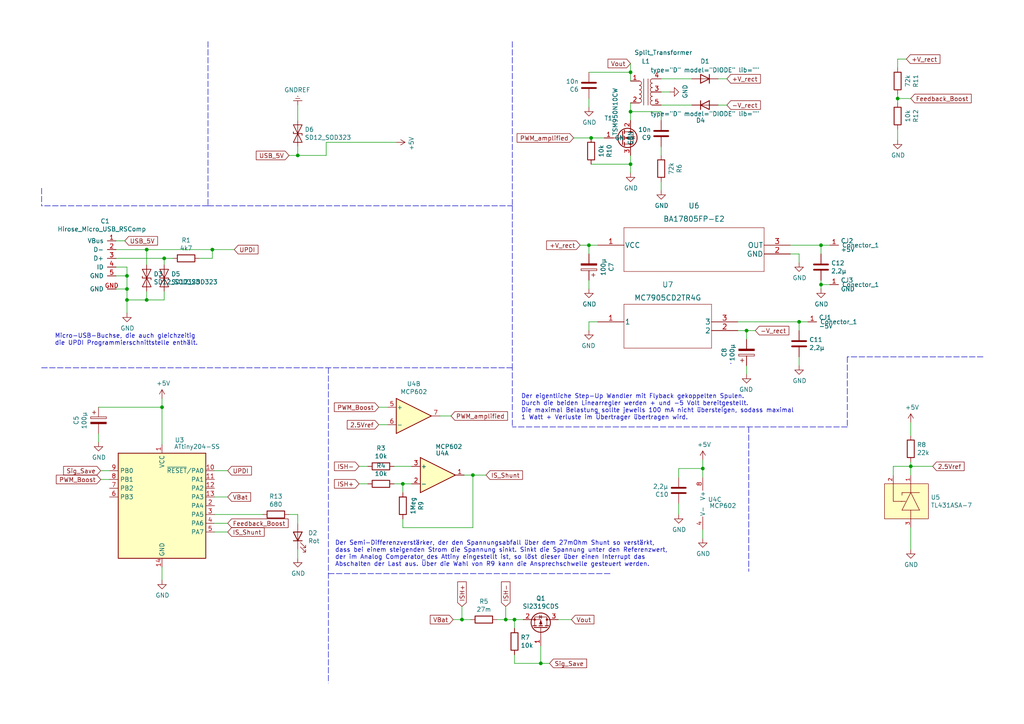
<source format=kicad_sch>
(kicad_sch (version 20211123) (generator eeschema)

  (uuid 802c2dc3-ca9f-491e-9d66-7893e89ac34c)

  (paper "A4")

  (title_block
    (title "DC/DC Wanlder für +/-5V aus 3.7V LiIon")
    (date "2022-02-07")
    (rev "1.1")
    (company "Raphael Schwierz")
  )

  (lib_symbols
    (symbol "Amplifier_Operational:MCP602" (pin_names (offset 0.127)) (in_bom yes) (on_board yes)
      (property "Reference" "U" (id 0) (at 0 5.08 0)
        (effects (font (size 1.27 1.27)) (justify left))
      )
      (property "Value" "MCP602" (id 1) (at 0 -5.08 0)
        (effects (font (size 1.27 1.27)) (justify left))
      )
      (property "Footprint" "" (id 2) (at 0 0 0)
        (effects (font (size 1.27 1.27)) hide)
      )
      (property "Datasheet" "http://ww1.microchip.com/downloads/en/DeviceDoc/21314g.pdf" (id 3) (at 0 0 0)
        (effects (font (size 1.27 1.27)) hide)
      )
      (property "ki_locked" "" (id 4) (at 0 0 0)
        (effects (font (size 1.27 1.27)))
      )
      (property "ki_keywords" "dual opamp" (id 5) (at 0 0 0)
        (effects (font (size 1.27 1.27)) hide)
      )
      (property "ki_description" "Dual 2.7V to 6.0V Single Supply CMOS Op Amps, DIP-8/SOIC-8/TSSOP-8" (id 6) (at 0 0 0)
        (effects (font (size 1.27 1.27)) hide)
      )
      (property "ki_fp_filters" "SOIC*3.9x4.9mm*P1.27mm* DIP*W7.62mm* TO*99* OnSemi*Micro8* TSSOP*3x3mm*P0.65mm* TSSOP*4.4x3mm*P0.65mm* MSOP*3x3mm*P0.65mm* SSOP*3.9x4.9mm*P0.635mm* LFCSP*2x2mm*P0.5mm* *SIP* SOIC*5.3x6.2mm*P1.27mm*" (id 7) (at 0 0 0)
        (effects (font (size 1.27 1.27)) hide)
      )
      (symbol "MCP602_1_1"
        (polyline
          (pts
            (xy -5.08 5.08)
            (xy 5.08 0)
            (xy -5.08 -5.08)
            (xy -5.08 5.08)
          )
          (stroke (width 0.254) (type default) (color 0 0 0 0))
          (fill (type background))
        )
        (pin output line (at 7.62 0 180) (length 2.54)
          (name "~" (effects (font (size 1.27 1.27))))
          (number "1" (effects (font (size 1.27 1.27))))
        )
        (pin input line (at -7.62 -2.54 0) (length 2.54)
          (name "-" (effects (font (size 1.27 1.27))))
          (number "2" (effects (font (size 1.27 1.27))))
        )
        (pin input line (at -7.62 2.54 0) (length 2.54)
          (name "+" (effects (font (size 1.27 1.27))))
          (number "3" (effects (font (size 1.27 1.27))))
        )
      )
      (symbol "MCP602_2_1"
        (polyline
          (pts
            (xy -5.08 5.08)
            (xy 5.08 0)
            (xy -5.08 -5.08)
            (xy -5.08 5.08)
          )
          (stroke (width 0.254) (type default) (color 0 0 0 0))
          (fill (type background))
        )
        (pin input line (at -7.62 2.54 0) (length 2.54)
          (name "+" (effects (font (size 1.27 1.27))))
          (number "5" (effects (font (size 1.27 1.27))))
        )
        (pin input line (at -7.62 -2.54 0) (length 2.54)
          (name "-" (effects (font (size 1.27 1.27))))
          (number "6" (effects (font (size 1.27 1.27))))
        )
        (pin output line (at 7.62 0 180) (length 2.54)
          (name "~" (effects (font (size 1.27 1.27))))
          (number "7" (effects (font (size 1.27 1.27))))
        )
      )
      (symbol "MCP602_3_1"
        (pin power_in line (at -2.54 -7.62 90) (length 3.81)
          (name "V-" (effects (font (size 1.27 1.27))))
          (number "4" (effects (font (size 1.27 1.27))))
        )
        (pin power_in line (at -2.54 7.62 270) (length 3.81)
          (name "V+" (effects (font (size 1.27 1.27))))
          (number "8" (effects (font (size 1.27 1.27))))
        )
      )
    )
    (symbol "Device:C" (pin_numbers hide) (pin_names (offset 0.254)) (in_bom yes) (on_board yes)
      (property "Reference" "C" (id 0) (at 0.635 2.54 0)
        (effects (font (size 1.27 1.27)) (justify left))
      )
      (property "Value" "C" (id 1) (at 0.635 -2.54 0)
        (effects (font (size 1.27 1.27)) (justify left))
      )
      (property "Footprint" "" (id 2) (at 0.9652 -3.81 0)
        (effects (font (size 1.27 1.27)) hide)
      )
      (property "Datasheet" "~" (id 3) (at 0 0 0)
        (effects (font (size 1.27 1.27)) hide)
      )
      (property "ki_keywords" "cap capacitor" (id 4) (at 0 0 0)
        (effects (font (size 1.27 1.27)) hide)
      )
      (property "ki_description" "Unpolarized capacitor" (id 5) (at 0 0 0)
        (effects (font (size 1.27 1.27)) hide)
      )
      (property "ki_fp_filters" "C_*" (id 6) (at 0 0 0)
        (effects (font (size 1.27 1.27)) hide)
      )
      (symbol "C_0_1"
        (polyline
          (pts
            (xy -2.032 -0.762)
            (xy 2.032 -0.762)
          )
          (stroke (width 0.508) (type default) (color 0 0 0 0))
          (fill (type none))
        )
        (polyline
          (pts
            (xy -2.032 0.762)
            (xy 2.032 0.762)
          )
          (stroke (width 0.508) (type default) (color 0 0 0 0))
          (fill (type none))
        )
      )
      (symbol "C_1_1"
        (pin passive line (at 0 3.81 270) (length 2.794)
          (name "~" (effects (font (size 1.27 1.27))))
          (number "1" (effects (font (size 1.27 1.27))))
        )
        (pin passive line (at 0 -3.81 90) (length 2.794)
          (name "~" (effects (font (size 1.27 1.27))))
          (number "2" (effects (font (size 1.27 1.27))))
        )
      )
    )
    (symbol "Device:CP" (pin_numbers hide) (pin_names (offset 0.254)) (in_bom yes) (on_board yes)
      (property "Reference" "C" (id 0) (at 0.635 2.54 0)
        (effects (font (size 1.27 1.27)) (justify left))
      )
      (property "Value" "Device_CP" (id 1) (at 0.635 -2.54 0)
        (effects (font (size 1.27 1.27)) (justify left))
      )
      (property "Footprint" "" (id 2) (at 0.9652 -3.81 0)
        (effects (font (size 1.27 1.27)) hide)
      )
      (property "Datasheet" "" (id 3) (at 0 0 0)
        (effects (font (size 1.27 1.27)) hide)
      )
      (property "ki_fp_filters" "CP_*" (id 4) (at 0 0 0)
        (effects (font (size 1.27 1.27)) hide)
      )
      (symbol "CP_0_1"
        (rectangle (start -2.286 0.508) (end 2.286 1.016)
          (stroke (width 0) (type default) (color 0 0 0 0))
          (fill (type none))
        )
        (polyline
          (pts
            (xy -1.778 2.286)
            (xy -0.762 2.286)
          )
          (stroke (width 0) (type default) (color 0 0 0 0))
          (fill (type none))
        )
        (polyline
          (pts
            (xy -1.27 2.794)
            (xy -1.27 1.778)
          )
          (stroke (width 0) (type default) (color 0 0 0 0))
          (fill (type none))
        )
        (rectangle (start 2.286 -0.508) (end -2.286 -1.016)
          (stroke (width 0) (type default) (color 0 0 0 0))
          (fill (type outline))
        )
      )
      (symbol "CP_1_1"
        (pin passive line (at 0 3.81 270) (length 2.794)
          (name "~" (effects (font (size 1.27 1.27))))
          (number "1" (effects (font (size 1.27 1.27))))
        )
        (pin passive line (at 0 -3.81 90) (length 2.794)
          (name "~" (effects (font (size 1.27 1.27))))
          (number "2" (effects (font (size 1.27 1.27))))
        )
      )
    )
    (symbol "Device:LED" (pin_numbers hide) (pin_names (offset 1.016) hide) (in_bom yes) (on_board yes)
      (property "Reference" "D" (id 0) (at 0 2.54 0)
        (effects (font (size 1.27 1.27)))
      )
      (property "Value" "LED" (id 1) (at 0 -2.54 0)
        (effects (font (size 1.27 1.27)))
      )
      (property "Footprint" "" (id 2) (at 0 0 0)
        (effects (font (size 1.27 1.27)) hide)
      )
      (property "Datasheet" "~" (id 3) (at 0 0 0)
        (effects (font (size 1.27 1.27)) hide)
      )
      (property "ki_keywords" "LED diode" (id 4) (at 0 0 0)
        (effects (font (size 1.27 1.27)) hide)
      )
      (property "ki_description" "Light emitting diode" (id 5) (at 0 0 0)
        (effects (font (size 1.27 1.27)) hide)
      )
      (property "ki_fp_filters" "LED* LED_SMD:* LED_THT:*" (id 6) (at 0 0 0)
        (effects (font (size 1.27 1.27)) hide)
      )
      (symbol "LED_0_1"
        (polyline
          (pts
            (xy -1.27 -1.27)
            (xy -1.27 1.27)
          )
          (stroke (width 0.254) (type default) (color 0 0 0 0))
          (fill (type none))
        )
        (polyline
          (pts
            (xy -1.27 0)
            (xy 1.27 0)
          )
          (stroke (width 0) (type default) (color 0 0 0 0))
          (fill (type none))
        )
        (polyline
          (pts
            (xy 1.27 -1.27)
            (xy 1.27 1.27)
            (xy -1.27 0)
            (xy 1.27 -1.27)
          )
          (stroke (width 0.254) (type default) (color 0 0 0 0))
          (fill (type none))
        )
        (polyline
          (pts
            (xy -3.048 -0.762)
            (xy -4.572 -2.286)
            (xy -3.81 -2.286)
            (xy -4.572 -2.286)
            (xy -4.572 -1.524)
          )
          (stroke (width 0) (type default) (color 0 0 0 0))
          (fill (type none))
        )
        (polyline
          (pts
            (xy -1.778 -0.762)
            (xy -3.302 -2.286)
            (xy -2.54 -2.286)
            (xy -3.302 -2.286)
            (xy -3.302 -1.524)
          )
          (stroke (width 0) (type default) (color 0 0 0 0))
          (fill (type none))
        )
      )
      (symbol "LED_1_1"
        (pin passive line (at -3.81 0 0) (length 2.54)
          (name "K" (effects (font (size 1.27 1.27))))
          (number "1" (effects (font (size 1.27 1.27))))
        )
        (pin passive line (at 3.81 0 180) (length 2.54)
          (name "A" (effects (font (size 1.27 1.27))))
          (number "2" (effects (font (size 1.27 1.27))))
        )
      )
    )
    (symbol "Device:R" (pin_numbers hide) (pin_names (offset 0)) (in_bom yes) (on_board yes)
      (property "Reference" "R" (id 0) (at 2.032 0 90)
        (effects (font (size 1.27 1.27)))
      )
      (property "Value" "R" (id 1) (at 0 0 90)
        (effects (font (size 1.27 1.27)))
      )
      (property "Footprint" "" (id 2) (at -1.778 0 90)
        (effects (font (size 1.27 1.27)) hide)
      )
      (property "Datasheet" "~" (id 3) (at 0 0 0)
        (effects (font (size 1.27 1.27)) hide)
      )
      (property "ki_keywords" "R res resistor" (id 4) (at 0 0 0)
        (effects (font (size 1.27 1.27)) hide)
      )
      (property "ki_description" "Resistor" (id 5) (at 0 0 0)
        (effects (font (size 1.27 1.27)) hide)
      )
      (property "ki_fp_filters" "R_*" (id 6) (at 0 0 0)
        (effects (font (size 1.27 1.27)) hide)
      )
      (symbol "R_0_1"
        (rectangle (start -1.016 -2.54) (end 1.016 2.54)
          (stroke (width 0.254) (type default) (color 0 0 0 0))
          (fill (type none))
        )
      )
      (symbol "R_1_1"
        (pin passive line (at 0 3.81 270) (length 1.27)
          (name "~" (effects (font (size 1.27 1.27))))
          (number "1" (effects (font (size 1.27 1.27))))
        )
        (pin passive line (at 0 -3.81 90) (length 1.27)
          (name "~" (effects (font (size 1.27 1.27))))
          (number "2" (effects (font (size 1.27 1.27))))
        )
      )
    )
    (symbol "Diode:SD12_SOD323" (pin_numbers hide) (pin_names (offset 1.016) hide) (in_bom yes) (on_board yes)
      (property "Reference" "D" (id 0) (at 0 2.54 0)
        (effects (font (size 1.27 1.27)))
      )
      (property "Value" "SD12_SOD323" (id 1) (at 0 -2.54 0)
        (effects (font (size 1.27 1.27)))
      )
      (property "Footprint" "Diode_SMD:D_SOD-323" (id 2) (at 0 -5.08 0)
        (effects (font (size 1.27 1.27)) hide)
      )
      (property "Datasheet" "https://www.littelfuse.com/~/media/electronics/datasheets/tvs_diode_arrays/littelfuse_tvs_diode_array_sd_c_datasheet.pdf.pdf" (id 3) (at 0 0 0)
        (effects (font (size 1.27 1.27)) hide)
      )
      (property "ki_keywords" "transient voltage suppressor thyrector transil" (id 4) (at 0 0 0)
        (effects (font (size 1.27 1.27)) hide)
      )
      (property "ki_description" "12V, 450W Discrete Bidirectional TVS Diode, SOD-323" (id 5) (at 0 0 0)
        (effects (font (size 1.27 1.27)) hide)
      )
      (property "ki_fp_filters" "D?SOD?323*" (id 6) (at 0 0 0)
        (effects (font (size 1.27 1.27)) hide)
      )
      (symbol "SD12_SOD323_0_1"
        (polyline
          (pts
            (xy 1.27 0)
            (xy -1.27 0)
          )
          (stroke (width 0) (type default) (color 0 0 0 0))
          (fill (type none))
        )
        (polyline
          (pts
            (xy -2.54 -1.27)
            (xy 0 0)
            (xy -2.54 1.27)
            (xy -2.54 -1.27)
          )
          (stroke (width 0.2032) (type default) (color 0 0 0 0))
          (fill (type none))
        )
        (polyline
          (pts
            (xy 0.508 1.27)
            (xy 0 1.27)
            (xy 0 -1.27)
            (xy -0.508 -1.27)
          )
          (stroke (width 0.2032) (type default) (color 0 0 0 0))
          (fill (type none))
        )
        (polyline
          (pts
            (xy 2.54 1.27)
            (xy 2.54 -1.27)
            (xy 0 0)
            (xy 2.54 1.27)
          )
          (stroke (width 0.2032) (type default) (color 0 0 0 0))
          (fill (type none))
        )
      )
      (symbol "SD12_SOD323_1_1"
        (pin passive line (at -3.81 0 0) (length 2.54)
          (name "A1" (effects (font (size 1.27 1.27))))
          (number "1" (effects (font (size 1.27 1.27))))
        )
        (pin passive line (at 3.81 0 180) (length 2.54)
          (name "A2" (effects (font (size 1.27 1.27))))
          (number "2" (effects (font (size 1.27 1.27))))
        )
      )
    )
    (symbol "Eigene_Bauteile:Hirose_Micro_USB_RSComp" (pin_names (offset 1.016)) (in_bom yes) (on_board yes)
      (property "Reference" "C" (id 0) (at 0 10.16 0)
        (effects (font (size 1.27 1.27)))
      )
      (property "Value" "Eigene_Bauteile_Hirose_Micro_USB_RSComp" (id 1) (at 0 12.7 0)
        (effects (font (size 1.27 1.27)))
      )
      (property "Footprint" "" (id 2) (at 0 0 0)
        (effects (font (size 1.27 1.27)) hide)
      )
      (property "Datasheet" "" (id 3) (at 0 0 0)
        (effects (font (size 1.27 1.27)) hide)
      )
      (symbol "Hirose_Micro_USB_RSComp_1_1"
        (pin input line (at 0 0 0) (length 2.54)
          (name "VBus" (effects (font (size 1.27 1.27))))
          (number "1" (effects (font (size 1.27 1.27))))
        )
        (pin input line (at 0 -2.54 0) (length 2.54)
          (name "D-" (effects (font (size 1.27 1.27))))
          (number "2" (effects (font (size 1.27 1.27))))
        )
        (pin input line (at 0 -5.08 0) (length 2.54)
          (name "D+" (effects (font (size 1.27 1.27))))
          (number "3" (effects (font (size 1.27 1.27))))
        )
        (pin input line (at 0 -7.62 0) (length 2.54)
          (name "ID" (effects (font (size 1.27 1.27))))
          (number "4" (effects (font (size 1.27 1.27))))
        )
        (pin input line (at 0 -10.16 0) (length 2.54)
          (name "GND" (effects (font (size 1.27 1.27))))
          (number "5" (effects (font (size 1.27 1.27))))
        )
        (pin input line (at 0 -13.97 0) (length 2.54)
          (name "GND" (effects (font (size 1.27 1.27))))
          (number "GND" (effects (font (size 1.27 1.27))))
        )
      )
    )
    (symbol "MCU_Microchip_ATtiny:ATtiny204-SS" (in_bom yes) (on_board yes)
      (property "Reference" "U" (id 0) (at -12.7 16.51 0)
        (effects (font (size 1.27 1.27)) (justify left bottom))
      )
      (property "Value" "ATtiny204-SS" (id 1) (at 2.54 -16.51 0)
        (effects (font (size 1.27 1.27)) (justify left top))
      )
      (property "Footprint" "Package_SO:SOIC-14_3.9x8.7mm_P1.27mm" (id 2) (at 0 0 0)
        (effects (font (size 1.27 1.27) italic) hide)
      )
      (property "Datasheet" "http://ww1.microchip.com/downloads/en/DeviceDoc/50002687A.pdf" (id 3) (at 0 0 0)
        (effects (font (size 1.27 1.27)) hide)
      )
      (property "ki_keywords" "AVR 8bit Microcontroller tinyAVR" (id 4) (at 0 0 0)
        (effects (font (size 1.27 1.27)) hide)
      )
      (property "ki_description" "20MHz, 2kB Flash, 128B SRAM, 64B EEPROM, SOIC-14" (id 5) (at 0 0 0)
        (effects (font (size 1.27 1.27)) hide)
      )
      (property "ki_fp_filters" "SOIC*3.9x8.7mm*P1.27mm*" (id 6) (at 0 0 0)
        (effects (font (size 1.27 1.27)) hide)
      )
      (symbol "ATtiny204-SS_0_1"
        (rectangle (start -12.7 -15.24) (end 12.7 15.24)
          (stroke (width 0.254) (type default) (color 0 0 0 0))
          (fill (type background))
        )
      )
      (symbol "ATtiny204-SS_1_1"
        (pin power_in line (at 0 17.78 270) (length 2.54)
          (name "VCC" (effects (font (size 1.27 1.27))))
          (number "1" (effects (font (size 1.27 1.27))))
        )
        (pin bidirectional line (at 15.24 10.16 180) (length 2.54)
          (name "~{RESET}/PA0" (effects (font (size 1.27 1.27))))
          (number "10" (effects (font (size 1.27 1.27))))
        )
        (pin bidirectional line (at 15.24 7.62 180) (length 2.54)
          (name "PA1" (effects (font (size 1.27 1.27))))
          (number "11" (effects (font (size 1.27 1.27))))
        )
        (pin bidirectional line (at 15.24 5.08 180) (length 2.54)
          (name "PA2" (effects (font (size 1.27 1.27))))
          (number "12" (effects (font (size 1.27 1.27))))
        )
        (pin bidirectional line (at 15.24 2.54 180) (length 2.54)
          (name "PA3" (effects (font (size 1.27 1.27))))
          (number "13" (effects (font (size 1.27 1.27))))
        )
        (pin power_in line (at 0 -17.78 90) (length 2.54)
          (name "GND" (effects (font (size 1.27 1.27))))
          (number "14" (effects (font (size 1.27 1.27))))
        )
        (pin bidirectional line (at 15.24 0 180) (length 2.54)
          (name "PA4" (effects (font (size 1.27 1.27))))
          (number "2" (effects (font (size 1.27 1.27))))
        )
        (pin bidirectional line (at 15.24 -2.54 180) (length 2.54)
          (name "PA5" (effects (font (size 1.27 1.27))))
          (number "3" (effects (font (size 1.27 1.27))))
        )
        (pin bidirectional line (at 15.24 -5.08 180) (length 2.54)
          (name "PA6" (effects (font (size 1.27 1.27))))
          (number "4" (effects (font (size 1.27 1.27))))
        )
        (pin bidirectional line (at 15.24 -7.62 180) (length 2.54)
          (name "PA7" (effects (font (size 1.27 1.27))))
          (number "5" (effects (font (size 1.27 1.27))))
        )
        (pin bidirectional line (at -15.24 2.54 0) (length 2.54)
          (name "PB3" (effects (font (size 1.27 1.27))))
          (number "6" (effects (font (size 1.27 1.27))))
        )
        (pin bidirectional line (at -15.24 5.08 0) (length 2.54)
          (name "PB2" (effects (font (size 1.27 1.27))))
          (number "7" (effects (font (size 1.27 1.27))))
        )
        (pin bidirectional line (at -15.24 7.62 0) (length 2.54)
          (name "PB1" (effects (font (size 1.27 1.27))))
          (number "8" (effects (font (size 1.27 1.27))))
        )
        (pin bidirectional line (at -15.24 10.16 0) (length 2.54)
          (name "PB0" (effects (font (size 1.27 1.27))))
          (number "9" (effects (font (size 1.27 1.27))))
        )
      )
    )
    (symbol "Meine_Symbole:BA17805FP-E2" (pin_names (offset 0.254)) (in_bom yes) (on_board yes)
      (property "Reference" "U" (id 0) (at 27.94 10.16 0)
        (effects (font (size 1.524 1.524)))
      )
      (property "Value" "BA17805FP-E2" (id 1) (at 27.94 7.62 0)
        (effects (font (size 1.524 1.524)))
      )
      (property "Footprint" "TO252-3_ROM" (id 2) (at 27.94 6.096 0)
        (effects (font (size 1.524 1.524)) hide)
      )
      (property "Datasheet" "" (id 3) (at 0 0 0)
        (effects (font (size 1.524 1.524)))
      )
      (property "ki_locked" "" (id 4) (at 0 0 0)
        (effects (font (size 1.27 1.27)))
      )
      (property "ki_fp_filters" "TO252-3_ROM TO252-3_ROM-M TO252-3_ROM-L" (id 5) (at 0 0 0)
        (effects (font (size 1.27 1.27)) hide)
      )
      (symbol "BA17805FP-E2_1_1"
        (polyline
          (pts
            (xy 7.62 -7.62)
            (xy 48.26 -7.62)
          )
          (stroke (width 0.127) (type default) (color 0 0 0 0))
          (fill (type none))
        )
        (polyline
          (pts
            (xy 7.62 5.08)
            (xy 7.62 -7.62)
          )
          (stroke (width 0.127) (type default) (color 0 0 0 0))
          (fill (type none))
        )
        (polyline
          (pts
            (xy 48.26 -7.62)
            (xy 48.26 5.08)
          )
          (stroke (width 0.127) (type default) (color 0 0 0 0))
          (fill (type none))
        )
        (polyline
          (pts
            (xy 48.26 5.08)
            (xy 7.62 5.08)
          )
          (stroke (width 0.127) (type default) (color 0 0 0 0))
          (fill (type none))
        )
        (pin power_in line (at 0 0 0) (length 7.62)
          (name "VCC" (effects (font (size 1.4986 1.4986))))
          (number "1" (effects (font (size 1.4986 1.4986))))
        )
        (pin power_in line (at 55.88 -2.54 180) (length 7.62)
          (name "GND" (effects (font (size 1.4986 1.4986))))
          (number "2" (effects (font (size 1.4986 1.4986))))
        )
        (pin output line (at 55.88 0 180) (length 7.62)
          (name "OUT" (effects (font (size 1.4986 1.4986))))
          (number "3" (effects (font (size 1.4986 1.4986))))
        )
      )
    )
    (symbol "Meine_Symbole:ConnPad" (pin_names (offset 1.016)) (in_bom yes) (on_board yes)
      (property "Reference" "CJ" (id 0) (at 0 0 0)
        (effects (font (size 1.27 1.27)))
      )
      (property "Value" "ConnPad" (id 1) (at 0 0 0)
        (effects (font (size 1.27 1.27)))
      )
      (property "Footprint" "" (id 2) (at 0 0 0)
        (effects (font (size 1.27 1.27)) hide)
      )
      (property "Datasheet" "" (id 3) (at 0 0 0)
        (effects (font (size 1.27 1.27)) hide)
      )
      (symbol "ConnPad_1_1"
        (pin input line (at 0 0 0) (length 2.54)
          (name "Conector_1" (effects (font (size 1.27 1.27))))
          (number "1" (effects (font (size 1.27 1.27))))
        )
      )
    )
    (symbol "Meine_Symbole:MC7905CD2TR4G" (pin_names (offset 0.254)) (in_bom yes) (on_board yes)
      (property "Reference" "U" (id 0) (at 20.32 10.16 0)
        (effects (font (size 1.524 1.524)))
      )
      (property "Value" "MC7905CD2TR4G" (id 1) (at 20.32 7.62 0)
        (effects (font (size 1.524 1.524)))
      )
      (property "Footprint" "D2PAK3_ONS" (id 2) (at 20.32 6.096 0)
        (effects (font (size 1.524 1.524)) hide)
      )
      (property "Datasheet" "" (id 3) (at 0 0 0)
        (effects (font (size 1.524 1.524)))
      )
      (property "ki_locked" "" (id 4) (at 0 0 0)
        (effects (font (size 1.27 1.27)))
      )
      (property "ki_fp_filters" "D2PAK3_ONS D2PAK3_ONS-M D2PAK3_ONS-L" (id 5) (at 0 0 0)
        (effects (font (size 1.27 1.27)) hide)
      )
      (symbol "MC7905CD2TR4G_1_1"
        (polyline
          (pts
            (xy 7.62 -7.62)
            (xy 33.02 -7.62)
          )
          (stroke (width 0.127) (type default) (color 0 0 0 0))
          (fill (type none))
        )
        (polyline
          (pts
            (xy 7.62 5.08)
            (xy 7.62 -7.62)
          )
          (stroke (width 0.127) (type default) (color 0 0 0 0))
          (fill (type none))
        )
        (polyline
          (pts
            (xy 33.02 -7.62)
            (xy 33.02 5.08)
          )
          (stroke (width 0.127) (type default) (color 0 0 0 0))
          (fill (type none))
        )
        (polyline
          (pts
            (xy 33.02 5.08)
            (xy 7.62 5.08)
          )
          (stroke (width 0.127) (type default) (color 0 0 0 0))
          (fill (type none))
        )
        (pin unspecified line (at 0 0 0) (length 7.62)
          (name "1" (effects (font (size 1.4986 1.4986))))
          (number "1" (effects (font (size 1.4986 1.4986))))
        )
        (pin unspecified line (at 40.64 -2.54 180) (length 7.62)
          (name "2" (effects (font (size 1.4986 1.4986))))
          (number "2" (effects (font (size 1.4986 1.4986))))
        )
        (pin unspecified line (at 40.64 0 180) (length 7.62)
          (name "3" (effects (font (size 1.4986 1.4986))))
          (number "3" (effects (font (size 1.4986 1.4986))))
        )
      )
    )
    (symbol "Meine_Symbole:Split_Transformer" (pin_names (offset 1.016)) (in_bom yes) (on_board yes)
      (property "Reference" "L" (id 0) (at 2.6924 7.62 0)
        (effects (font (size 1.27 1.27)))
      )
      (property "Value" "Split_Transformer" (id 1) (at 4.0132 14.0208 0)
        (effects (font (size 1.27 1.27)))
      )
      (property "Footprint" "Meine_Footprints:Split_Ferrit_Transformer" (id 2) (at 0.3048 15.4432 0)
        (effects (font (size 1.27 1.27)) hide)
      )
      (property "Datasheet" "" (id 3) (at -2.0828 5.842 0)
        (effects (font (size 1.27 1.27)) hide)
      )
      (symbol "Split_Transformer_0_1"
        (arc (start -1.905 -3.175) (mid -1.27 -2.54) (end -1.905 -1.905)
          (stroke (width 0) (type default) (color 0 0 0 0))
          (fill (type none))
        )
        (arc (start -1.905 -1.905) (mid -1.27 -1.27) (end -1.905 -0.635)
          (stroke (width 0) (type default) (color 0 0 0 0))
          (fill (type none))
        )
        (arc (start -1.905 -0.635) (mid -1.27 0) (end -1.905 0.635)
          (stroke (width 0) (type default) (color 0 0 0 0))
          (fill (type none))
        )
        (arc (start -1.905 0.635) (mid -1.27 1.27) (end -1.905 1.905)
          (stroke (width 0) (type default) (color 0 0 0 0))
          (fill (type none))
        )
        (arc (start -1.905 1.905) (mid -1.27 2.54) (end -1.905 3.175)
          (stroke (width 0) (type default) (color 0 0 0 0))
          (fill (type none))
        )
        (polyline
          (pts
            (xy -0.635 -3.81)
            (xy -0.635 3.81)
          )
          (stroke (width 0) (type default) (color 0 0 0 0))
          (fill (type none))
        )
        (polyline
          (pts
            (xy 0.635 3.81)
            (xy 0.635 -3.81)
          )
          (stroke (width 0) (type default) (color 0 0 0 0))
          (fill (type none))
        )
        (arc (start 1.905 -2.54) (mid 1.27 -3.175) (end 1.905 -3.81)
          (stroke (width 0) (type default) (color 0 0 0 0))
          (fill (type none))
        )
        (arc (start 1.905 -1.27) (mid 1.27 -1.905) (end 1.905 -2.54)
          (stroke (width 0) (type default) (color 0 0 0 0))
          (fill (type none))
        )
        (arc (start 1.905 0) (mid 1.27 -0.635) (end 1.905 -1.27)
          (stroke (width 0) (type default) (color 0 0 0 0))
          (fill (type none))
        )
        (arc (start 1.905 1.27) (mid 1.27 0.635) (end 1.905 0)
          (stroke (width 0) (type default) (color 0 0 0 0))
          (fill (type none))
        )
        (arc (start 1.905 2.54) (mid 1.27 1.905) (end 1.905 1.27)
          (stroke (width 0) (type default) (color 0 0 0 0))
          (fill (type none))
        )
        (arc (start 1.905 3.81) (mid 1.27 3.175) (end 1.905 2.54)
          (stroke (width 0) (type default) (color 0 0 0 0))
          (fill (type none))
        )
      )
      (symbol "Split_Transformer_1_1"
        (pin input line (at -4.445 3.175 0) (length 2.54)
          (name "~" (effects (font (size 0 0))))
          (number "1" (effects (font (size 1.27 1.27))))
        )
        (pin input line (at -4.445 -3.175 0) (length 2.54)
          (name "~" (effects (font (size 0 0))))
          (number "2" (effects (font (size 1.27 1.27))))
        )
        (pin output line (at 4.445 0 180) (length 2.54)
          (name "~" (effects (font (size 1.27 1.27))))
          (number "3" (effects (font (size 1.27 1.27))))
        )
        (pin output line (at 4.445 3.81 180) (length 2.54)
          (name "~" (effects (font (size 0 0))))
          (number "4" (effects (font (size 1.27 1.27))))
        )
        (pin output line (at 4.445 -3.81 180) (length 2.54)
          (name "~" (effects (font (size 0 0))))
          (number "5" (effects (font (size 1.27 1.27))))
        )
      )
    )
    (symbol "Meine_Symbole_2:TSM950N10CW" (in_bom yes) (on_board yes)
      (property "Reference" "T" (id 0) (at 0 0 0)
        (effects (font (size 1.27 1.27)))
      )
      (property "Value" "TSM950N10CW" (id 1) (at -12.446 4.064 0)
        (effects (font (size 1.27 1.27)))
      )
      (property "Footprint" "" (id 2) (at 0 0 0)
        (effects (font (size 1.27 1.27)) hide)
      )
      (property "Datasheet" "" (id 3) (at 0 0 0)
        (effects (font (size 1.27 1.27)) hide)
      )
      (symbol "TSM950N10CW_1_1"
        (circle (center -0.889 0) (radius 2.794)
          (stroke (width 0.254) (type default) (color 0 0 0 0))
          (fill (type none))
        )
        (circle (center 0 -1.778) (radius 0.254)
          (stroke (width 0) (type default) (color 0 0 0 0))
          (fill (type outline))
        )
        (polyline
          (pts
            (xy -2.286 -1.905)
            (xy -2.286 1.905)
          )
          (stroke (width 0.254) (type default) (color 0 0 0 0))
          (fill (type none))
        )
        (polyline
          (pts
            (xy -2.286 0)
            (xy -5.08 0)
          )
          (stroke (width 0) (type default) (color 0 0 0 0))
          (fill (type none))
        )
        (polyline
          (pts
            (xy -1.778 -2.286)
            (xy -1.778 -1.27)
          )
          (stroke (width 0.254) (type default) (color 0 0 0 0))
          (fill (type none))
        )
        (polyline
          (pts
            (xy -1.778 -0.508)
            (xy -1.778 0.508)
          )
          (stroke (width 0.254) (type default) (color 0 0 0 0))
          (fill (type none))
        )
        (polyline
          (pts
            (xy -1.778 1.27)
            (xy -1.778 2.286)
          )
          (stroke (width 0.254) (type default) (color 0 0 0 0))
          (fill (type none))
        )
        (polyline
          (pts
            (xy 0 1.905)
            (xy 0 2.54)
          )
          (stroke (width 0) (type default) (color 0 0 0 0))
          (fill (type none))
        )
        (polyline
          (pts
            (xy 0 -2.54)
            (xy 0 0)
            (xy -1.778 0)
          )
          (stroke (width 0) (type default) (color 0 0 0 0))
          (fill (type none))
        )
        (polyline
          (pts
            (xy -1.778 1.778)
            (xy 0.762 1.778)
            (xy 0.762 -1.778)
            (xy -1.778 -1.778)
          )
          (stroke (width 0) (type default) (color 0 0 0 0))
          (fill (type none))
        )
        (polyline
          (pts
            (xy -1.524 0)
            (xy -0.508 -0.381)
            (xy -0.508 0.381)
            (xy -1.524 0)
          )
          (stroke (width 0) (type default) (color 0 0 0 0))
          (fill (type outline))
        )
        (polyline
          (pts
            (xy 0.254 0.508)
            (xy 0.381 0.381)
            (xy 1.143 0.381)
            (xy 1.27 0.254)
          )
          (stroke (width 0) (type default) (color 0 0 0 0))
          (fill (type none))
        )
        (polyline
          (pts
            (xy 0.762 0.381)
            (xy 0.381 -0.254)
            (xy 1.143 -0.254)
            (xy 0.762 0.381)
          )
          (stroke (width 0) (type default) (color 0 0 0 0))
          (fill (type none))
        )
        (circle (center 0 1.778) (radius 0.254)
          (stroke (width 0) (type default) (color 0 0 0 0))
          (fill (type outline))
        )
        (pin input line (at -7.62 0 0) (length 2.54)
          (name "GN" (effects (font (size 1.27 1.27))))
          (number "1" (effects (font (size 1.27 1.27))))
        )
        (pin passive line (at 0 5.08 270) (length 2.54)
          (name "DN" (effects (font (size 1.27 1.27))))
          (number "2" (effects (font (size 1.27 1.27))))
        )
        (pin passive line (at 0 -5.08 90) (length 2.54)
          (name "SN" (effects (font (size 1.27 1.27))))
          (number "3" (effects (font (size 1.27 1.27))))
        )
      )
    )
    (symbol "Simulation_SPICE:DIODE" (pin_numbers hide) (pin_names (offset 1.016) hide) (in_bom yes) (on_board yes)
      (property "Reference" "D" (id 0) (at 0 2.54 0)
        (effects (font (size 1.27 1.27)))
      )
      (property "Value" "DIODE" (id 1) (at 0 -2.54 0)
        (effects (font (size 1.27 1.27)))
      )
      (property "Footprint" "" (id 2) (at 0 0 0)
        (effects (font (size 1.27 1.27)) hide)
      )
      (property "Datasheet" "~" (id 3) (at 0 0 0)
        (effects (font (size 1.27 1.27)) hide)
      )
      (property "Spice_Netlist_Enabled" "Y" (id 4) (at 0 0 0)
        (effects (font (size 1.27 1.27)) (justify left) hide)
      )
      (property "Spice_Primitive" "D" (id 5) (at 0 0 0)
        (effects (font (size 1.27 1.27)) (justify left) hide)
      )
      (property "ki_keywords" "simulation" (id 6) (at 0 0 0)
        (effects (font (size 1.27 1.27)) hide)
      )
      (property "ki_description" "Diode, anode on pin 1, for simulation only!" (id 7) (at 0 0 0)
        (effects (font (size 1.27 1.27)) hide)
      )
      (symbol "DIODE_0_1"
        (polyline
          (pts
            (xy 1.27 0)
            (xy -1.27 0)
          )
          (stroke (width 0) (type default) (color 0 0 0 0))
          (fill (type none))
        )
        (polyline
          (pts
            (xy 1.27 1.27)
            (xy 1.27 -1.27)
          )
          (stroke (width 0.254) (type default) (color 0 0 0 0))
          (fill (type none))
        )
        (polyline
          (pts
            (xy -1.27 -1.27)
            (xy -1.27 1.27)
            (xy 1.27 0)
            (xy -1.27 -1.27)
          )
          (stroke (width 0.254) (type default) (color 0 0 0 0))
          (fill (type none))
        )
      )
      (symbol "DIODE_1_1"
        (pin passive line (at -3.81 0 0) (length 2.54)
          (name "A" (effects (font (size 1.27 1.27))))
          (number "1" (effects (font (size 1.27 1.27))))
        )
        (pin passive line (at 3.81 0 180) (length 2.54)
          (name "K" (effects (font (size 1.27 1.27))))
          (number "2" (effects (font (size 1.27 1.27))))
        )
      )
    )
    (symbol "TL431ASA:TL431ASA-7" (pin_names (offset 1.016)) (in_bom yes) (on_board yes)
      (property "Reference" "U" (id 0) (at 0 10.16 0)
        (effects (font (size 1.27 1.27)) (justify left))
      )
      (property "Value" "TL431ASA_TL431ASA-7" (id 1) (at 0 12.7 0)
        (effects (font (size 1.27 1.27)) (justify left))
      )
      (property "Footprint" "DIODES_INC.-SOT23-01_2017-0-*" (id 2) (at 0 15.24 0)
        (effects (font (size 1.27 1.27)) (justify left) hide)
      )
      (property "Datasheet" "https://www.diodes.com/assets/Datasheets/TL431_432.pdf" (id 3) (at 0 17.78 0)
        (effects (font (size 1.27 1.27)) (justify left) hide)
      )
      (property "ambient temperature range high" "+125°C" (id 4) (at 0 20.32 0)
        (effects (font (size 1.27 1.27)) (justify left) hide)
      )
      (property "ambient temperature range low" "-40°C" (id 5) (at 0 22.86 0)
        (effects (font (size 1.27 1.27)) (justify left) hide)
      )
      (property "automotive" "No" (id 6) (at 0 25.4 0)
        (effects (font (size 1.27 1.27)) (justify left) hide)
      )
      (property "category" "IC" (id 7) (at 0 27.94 0)
        (effects (font (size 1.27 1.27)) (justify left) hide)
      )
      (property "device class L1" "Integrated Circuits (ICs)" (id 8) (at 0 30.48 0)
        (effects (font (size 1.27 1.27)) (justify left) hide)
      )
      (property "device class L2" "Power Management ICs" (id 9) (at 0 33.02 0)
        (effects (font (size 1.27 1.27)) (justify left) hide)
      )
      (property "device class L3" "Voltage References" (id 10) (at 0 35.56 0)
        (effects (font (size 1.27 1.27)) (justify left) hide)
      )
      (property "digikey description" "IC VREF SHUNT ADJ SOT23-3" (id 11) (at 0 38.1 0)
        (effects (font (size 1.27 1.27)) (justify left) hide)
      )
      (property "digikey part number" "TL431ASA-7DICT-ND" (id 12) (at 0 40.64 0)
        (effects (font (size 1.27 1.27)) (justify left) hide)
      )
      (property "footprint url" "https://www.diodes.com/assets/Package-Files/SOT23.pdf" (id 13) (at 0 43.18 0)
        (effects (font (size 1.27 1.27)) (justify left) hide)
      )
      (property "height" "1.1mm" (id 14) (at 0 45.72 0)
        (effects (font (size 1.27 1.27)) (justify left) hide)
      )
      (property "ipc land pattern name" "SOT92P240X102-3" (id 15) (at 0 48.26 0)
        (effects (font (size 1.27 1.27)) (justify left) hide)
      )
      (property "lead free" "Yes" (id 16) (at 0 50.8 0)
        (effects (font (size 1.27 1.27)) (justify left) hide)
      )
      (property "library id" "50b9f4d385a0769d" (id 17) (at 0 53.34 0)
        (effects (font (size 1.27 1.27)) (justify left) hide)
      )
      (property "manufacturer" "DIODES INC." (id 18) (at 0 55.88 0)
        (effects (font (size 1.27 1.27)) (justify left) hide)
      )
      (property "max junction temp" "+150°C" (id 19) (at 0 58.42 0)
        (effects (font (size 1.27 1.27)) (justify left) hide)
      )
      (property "max power dissipation" "330mW" (id 20) (at 0 60.96 0)
        (effects (font (size 1.27 1.27)) (justify left) hide)
      )
      (property "mouser description" "V-Ref Adjustable 2.495V to 36V 100mA 3-Pin SOT-23 T/R" (id 21) (at 0 63.5 0)
        (effects (font (size 1.27 1.27)) (justify left) hide)
      )
      (property "mouser part number" "621-TL431ASA-7" (id 22) (at 0 66.04 0)
        (effects (font (size 1.27 1.27)) (justify left) hide)
      )
      (property "output type" "AdjustableProgrammable" (id 23) (at 0 68.58 0)
        (effects (font (size 1.27 1.27)) (justify left) hide)
      )
      (property "package" "SOT23" (id 24) (at 0 71.12 0)
        (effects (font (size 1.27 1.27)) (justify left) hide)
      )
      (property "reference type" "Shunt" (id 25) (at 0 73.66 0)
        (effects (font (size 1.27 1.27)) (justify left) hide)
      )
      (property "rohs" "Yes" (id 26) (at 0 76.2 0)
        (effects (font (size 1.27 1.27)) (justify left) hide)
      )
      (property "standoff height" "0.013mm" (id 27) (at 0 78.74 0)
        (effects (font (size 1.27 1.27)) (justify left) hide)
      )
      (property "temperature range high" "+150°C" (id 28) (at 0 81.28 0)
        (effects (font (size 1.27 1.27)) (justify left) hide)
      )
      (property "ki_locked" "" (id 29) (at 0 0 0)
        (effects (font (size 1.27 1.27)))
      )
      (symbol "TL431ASA-7_1_1"
        (polyline
          (pts
            (xy 5.08 0)
            (xy 7.62 0)
          )
          (stroke (width 0) (type default) (color 0 0 0 0))
          (fill (type none))
        )
        (polyline
          (pts
            (xy 7.62 -2.54)
            (xy 12.7 0)
          )
          (stroke (width 0) (type default) (color 0 0 0 0))
          (fill (type none))
        )
        (polyline
          (pts
            (xy 7.62 2.54)
            (xy 7.62 -2.54)
          )
          (stroke (width 0) (type default) (color 0 0 0 0))
          (fill (type none))
        )
        (polyline
          (pts
            (xy 7.62 2.54)
            (xy 12.7 0)
          )
          (stroke (width 0) (type default) (color 0 0 0 0))
          (fill (type none))
        )
        (polyline
          (pts
            (xy 10.16 2.794)
            (xy 10.16 1.524)
          )
          (stroke (width 0) (type default) (color 0 0 0 0))
          (fill (type none))
        )
        (polyline
          (pts
            (xy 10.16 5.08)
            (xy 10.16 2.54)
          )
          (stroke (width 0) (type default) (color 0 0 0 0))
          (fill (type none))
        )
        (polyline
          (pts
            (xy 12.7 2.54)
            (xy 11.938 2.54)
          )
          (stroke (width 0) (type default) (color 0 0 0 0))
          (fill (type none))
        )
        (polyline
          (pts
            (xy 12.7 2.54)
            (xy 12.7 -2.54)
          )
          (stroke (width 0) (type default) (color 0 0 0 0))
          (fill (type none))
        )
        (polyline
          (pts
            (xy 15.24 0)
            (xy 12.7 0)
          )
          (stroke (width 0) (type default) (color 0 0 0 0))
          (fill (type none))
        )
        (polyline
          (pts
            (xy 15.24 5.08)
            (xy 10.16 5.08)
          )
          (stroke (width 0) (type default) (color 0 0 0 0))
          (fill (type none))
        )
        (rectangle (start 5.08 7.62) (end 15.24 -5.08)
          (stroke (width 0) (type default) (color 0 0 0 0))
          (fill (type background))
        )
        (pin passive line (at 17.78 0 180) (length 2.54)
          (name "CATHODE" (effects (font (size 0 0))))
          (number "1" (effects (font (size 1.016 1.016))))
        )
        (pin passive line (at 17.78 5.08 180) (length 2.54)
          (name "REF" (effects (font (size 0 0))))
          (number "2" (effects (font (size 1.016 1.016))))
        )
        (pin passive line (at 2.54 0 0) (length 2.54)
          (name "ANODE" (effects (font (size 0 0))))
          (number "3" (effects (font (size 1.016 1.016))))
        )
      )
    )
    (symbol "Transistor_FET:Si2319CDS" (pin_names hide) (in_bom yes) (on_board yes)
      (property "Reference" "Q" (id 0) (at 5.08 1.905 0)
        (effects (font (size 1.27 1.27)) (justify left))
      )
      (property "Value" "Si2319CDS" (id 1) (at 5.08 0 0)
        (effects (font (size 1.27 1.27)) (justify left))
      )
      (property "Footprint" "Package_TO_SOT_SMD:SOT-23" (id 2) (at 5.08 -1.905 0)
        (effects (font (size 1.27 1.27) italic) (justify left) hide)
      )
      (property "Datasheet" "http://www.vishay.com/docs/66709/si2319cd.pdf" (id 3) (at 0 0 0)
        (effects (font (size 1.27 1.27)) (justify left) hide)
      )
      (property "ki_keywords" "P-Channel MOSFET" (id 4) (at 0 0 0)
        (effects (font (size 1.27 1.27)) hide)
      )
      (property "ki_description" "-4.4A Id, -40V Vds, P-Channel MOSFET, SOT-23" (id 5) (at 0 0 0)
        (effects (font (size 1.27 1.27)) hide)
      )
      (property "ki_fp_filters" "SOT?23*" (id 6) (at 0 0 0)
        (effects (font (size 1.27 1.27)) hide)
      )
      (symbol "Si2319CDS_0_1"
        (polyline
          (pts
            (xy 0.254 0)
            (xy -2.54 0)
          )
          (stroke (width 0) (type default) (color 0 0 0 0))
          (fill (type none))
        )
        (polyline
          (pts
            (xy 0.254 1.905)
            (xy 0.254 -1.905)
          )
          (stroke (width 0.254) (type default) (color 0 0 0 0))
          (fill (type none))
        )
        (polyline
          (pts
            (xy 0.762 -1.27)
            (xy 0.762 -2.286)
          )
          (stroke (width 0.254) (type default) (color 0 0 0 0))
          (fill (type none))
        )
        (polyline
          (pts
            (xy 0.762 0.508)
            (xy 0.762 -0.508)
          )
          (stroke (width 0.254) (type default) (color 0 0 0 0))
          (fill (type none))
        )
        (polyline
          (pts
            (xy 0.762 2.286)
            (xy 0.762 1.27)
          )
          (stroke (width 0.254) (type default) (color 0 0 0 0))
          (fill (type none))
        )
        (polyline
          (pts
            (xy 2.54 2.54)
            (xy 2.54 1.778)
          )
          (stroke (width 0) (type default) (color 0 0 0 0))
          (fill (type none))
        )
        (polyline
          (pts
            (xy 2.54 -2.54)
            (xy 2.54 0)
            (xy 0.762 0)
          )
          (stroke (width 0) (type default) (color 0 0 0 0))
          (fill (type none))
        )
        (polyline
          (pts
            (xy 0.762 1.778)
            (xy 3.302 1.778)
            (xy 3.302 -1.778)
            (xy 0.762 -1.778)
          )
          (stroke (width 0) (type default) (color 0 0 0 0))
          (fill (type none))
        )
        (polyline
          (pts
            (xy 2.286 0)
            (xy 1.27 0.381)
            (xy 1.27 -0.381)
            (xy 2.286 0)
          )
          (stroke (width 0) (type default) (color 0 0 0 0))
          (fill (type outline))
        )
        (polyline
          (pts
            (xy 2.794 -0.508)
            (xy 2.921 -0.381)
            (xy 3.683 -0.381)
            (xy 3.81 -0.254)
          )
          (stroke (width 0) (type default) (color 0 0 0 0))
          (fill (type none))
        )
        (polyline
          (pts
            (xy 3.302 -0.381)
            (xy 2.921 0.254)
            (xy 3.683 0.254)
            (xy 3.302 -0.381)
          )
          (stroke (width 0) (type default) (color 0 0 0 0))
          (fill (type none))
        )
        (circle (center 1.651 0) (radius 2.794)
          (stroke (width 0.254) (type default) (color 0 0 0 0))
          (fill (type none))
        )
        (circle (center 2.54 -1.778) (radius 0.254)
          (stroke (width 0) (type default) (color 0 0 0 0))
          (fill (type outline))
        )
        (circle (center 2.54 1.778) (radius 0.254)
          (stroke (width 0) (type default) (color 0 0 0 0))
          (fill (type outline))
        )
      )
      (symbol "Si2319CDS_1_1"
        (pin input line (at -5.08 0 0) (length 2.54)
          (name "G" (effects (font (size 1.27 1.27))))
          (number "1" (effects (font (size 1.27 1.27))))
        )
        (pin passive line (at 2.54 -5.08 90) (length 2.54)
          (name "S" (effects (font (size 1.27 1.27))))
          (number "2" (effects (font (size 1.27 1.27))))
        )
        (pin passive line (at 2.54 5.08 270) (length 2.54)
          (name "D" (effects (font (size 1.27 1.27))))
          (number "3" (effects (font (size 1.27 1.27))))
        )
      )
    )
    (symbol "power:+5V" (power) (pin_names (offset 0)) (in_bom yes) (on_board yes)
      (property "Reference" "#PWR" (id 0) (at 0 -3.81 0)
        (effects (font (size 1.27 1.27)) hide)
      )
      (property "Value" "+5V" (id 1) (at 0 3.556 0)
        (effects (font (size 1.27 1.27)))
      )
      (property "Footprint" "" (id 2) (at 0 0 0)
        (effects (font (size 1.27 1.27)) hide)
      )
      (property "Datasheet" "" (id 3) (at 0 0 0)
        (effects (font (size 1.27 1.27)) hide)
      )
      (property "ki_keywords" "power-flag" (id 4) (at 0 0 0)
        (effects (font (size 1.27 1.27)) hide)
      )
      (property "ki_description" "Power symbol creates a global label with name \"+5V\"" (id 5) (at 0 0 0)
        (effects (font (size 1.27 1.27)) hide)
      )
      (symbol "+5V_0_1"
        (polyline
          (pts
            (xy -0.762 1.27)
            (xy 0 2.54)
          )
          (stroke (width 0) (type default) (color 0 0 0 0))
          (fill (type none))
        )
        (polyline
          (pts
            (xy 0 0)
            (xy 0 2.54)
          )
          (stroke (width 0) (type default) (color 0 0 0 0))
          (fill (type none))
        )
        (polyline
          (pts
            (xy 0 2.54)
            (xy 0.762 1.27)
          )
          (stroke (width 0) (type default) (color 0 0 0 0))
          (fill (type none))
        )
      )
      (symbol "+5V_1_1"
        (pin power_in line (at 0 0 90) (length 0) hide
          (name "+5V" (effects (font (size 1.27 1.27))))
          (number "1" (effects (font (size 1.27 1.27))))
        )
      )
    )
    (symbol "power:GND" (power) (pin_names (offset 0)) (in_bom yes) (on_board yes)
      (property "Reference" "#PWR" (id 0) (at 0 -6.35 0)
        (effects (font (size 1.27 1.27)) hide)
      )
      (property "Value" "GND" (id 1) (at 0 -3.81 0)
        (effects (font (size 1.27 1.27)))
      )
      (property "Footprint" "" (id 2) (at 0 0 0)
        (effects (font (size 1.27 1.27)) hide)
      )
      (property "Datasheet" "" (id 3) (at 0 0 0)
        (effects (font (size 1.27 1.27)) hide)
      )
      (property "ki_keywords" "power-flag" (id 4) (at 0 0 0)
        (effects (font (size 1.27 1.27)) hide)
      )
      (property "ki_description" "Power symbol creates a global label with name \"GND\" , ground" (id 5) (at 0 0 0)
        (effects (font (size 1.27 1.27)) hide)
      )
      (symbol "GND_0_1"
        (polyline
          (pts
            (xy 0 0)
            (xy 0 -1.27)
            (xy 1.27 -1.27)
            (xy 0 -2.54)
            (xy -1.27 -1.27)
            (xy 0 -1.27)
          )
          (stroke (width 0) (type default) (color 0 0 0 0))
          (fill (type none))
        )
      )
      (symbol "GND_1_1"
        (pin power_in line (at 0 0 270) (length 0) hide
          (name "GND" (effects (font (size 1.27 1.27))))
          (number "1" (effects (font (size 1.27 1.27))))
        )
      )
    )
    (symbol "power:GNDREF" (power) (pin_names (offset 0)) (in_bom yes) (on_board yes)
      (property "Reference" "#PWR" (id 0) (at 0 -6.35 0)
        (effects (font (size 1.27 1.27)) hide)
      )
      (property "Value" "GNDREF" (id 1) (at 0 -3.81 0)
        (effects (font (size 1.27 1.27)))
      )
      (property "Footprint" "" (id 2) (at 0 0 0)
        (effects (font (size 1.27 1.27)) hide)
      )
      (property "Datasheet" "" (id 3) (at 0 0 0)
        (effects (font (size 1.27 1.27)) hide)
      )
      (property "ki_keywords" "power-flag" (id 4) (at 0 0 0)
        (effects (font (size 1.27 1.27)) hide)
      )
      (property "ki_description" "Power symbol creates a global label with name \"GNDREF\" , reference supply ground" (id 5) (at 0 0 0)
        (effects (font (size 1.27 1.27)) hide)
      )
      (symbol "GNDREF_0_1"
        (polyline
          (pts
            (xy -0.635 -1.905)
            (xy 0.635 -1.905)
          )
          (stroke (width 0) (type default) (color 0 0 0 0))
          (fill (type none))
        )
        (polyline
          (pts
            (xy -0.127 -2.54)
            (xy 0.127 -2.54)
          )
          (stroke (width 0) (type default) (color 0 0 0 0))
          (fill (type none))
        )
        (polyline
          (pts
            (xy 0 -1.27)
            (xy 0 0)
          )
          (stroke (width 0) (type default) (color 0 0 0 0))
          (fill (type none))
        )
        (polyline
          (pts
            (xy 1.27 -1.27)
            (xy -1.27 -1.27)
          )
          (stroke (width 0) (type default) (color 0 0 0 0))
          (fill (type none))
        )
      )
      (symbol "GNDREF_1_1"
        (pin power_in line (at 0 0 270) (length 0) hide
          (name "GNDREF" (effects (font (size 1.27 1.27))))
          (number "1" (effects (font (size 1.27 1.27))))
        )
      )
    )
  )

  (junction (at 264.16 135.255) (diameter 0) (color 0 0 0 0)
    (uuid 01f82238-6335-48fe-8b0a-6853e227345a)
  )
  (junction (at 46.99 118.11) (diameter 0) (color 0 0 0 0)
    (uuid 083e9cd3-d3da-468b-8d28-f22597fad4d9)
  )
  (junction (at 86.36 45.085) (diameter 0) (color 0 0 0 0)
    (uuid 1378aee0-1f84-457d-880e-bafbc42b3bfb)
  )
  (junction (at 36.83 80.01) (diameter 0) (color 0 0 0 0)
    (uuid 1cd4b1d5-89fe-4ad8-b590-c04a7a2b393b)
  )
  (junction (at 182.88 32.385) (diameter 0) (color 0 0 0 0)
    (uuid 23806cd6-d14e-4b7d-adc3-bc1b79e39df2)
  )
  (junction (at 47.625 74.93) (diameter 0) (color 0 0 0 0)
    (uuid 25ae3ce9-cedf-47a2-b8d8-331b2716adb6)
  )
  (junction (at 36.83 86.995) (diameter 0) (color 0 0 0 0)
    (uuid 28bdd4e4-4371-49d8-a3b9-788294ee4801)
  )
  (junction (at 231.775 93.345) (diameter 0) (color 0 0 0 0)
    (uuid 4e763a78-fccf-4eec-9ded-0542d2e5cadf)
  )
  (junction (at 133.985 179.705) (diameter 0) (color 0 0 0 0)
    (uuid 4ee0c6a1-3a84-4c90-8db1-4e9ca1b55107)
  )
  (junction (at 182.88 20.955) (diameter 0) (color 0 0 0 0)
    (uuid 56d80c2a-8cf5-4255-a135-c7eace7f6f9c)
  )
  (junction (at 238.125 71.12) (diameter 0) (color 0 0 0 0)
    (uuid 64a7cc2e-700d-4138-a2f5-8db20502a403)
  )
  (junction (at 61.595 72.39) (diameter 0) (color 0 0 0 0)
    (uuid 703394dc-dbeb-4784-ae74-6d95abe5c075)
  )
  (junction (at 36.83 83.82) (diameter 0) (color 0 0 0 0)
    (uuid 75fb3df3-d06d-4ad7-97b8-52fd0388634d)
  )
  (junction (at 137.16 137.795) (diameter 0) (color 0 0 0 0)
    (uuid 78684edb-7e08-4a33-9082-4ad07f3a3b61)
  )
  (junction (at 170.815 71.12) (diameter 0) (color 0 0 0 0)
    (uuid 7b0b961a-3e6b-4623-bf19-750efd9c2a9c)
  )
  (junction (at 149.225 179.705) (diameter 0) (color 0 0 0 0)
    (uuid 876a169a-2a05-4dee-a83c-79e19eed45c7)
  )
  (junction (at 42.545 86.995) (diameter 0) (color 0 0 0 0)
    (uuid 897221f7-a2b5-4c7b-b910-d1c4f32db549)
  )
  (junction (at 146.685 179.705) (diameter 0) (color 0 0 0 0)
    (uuid 9a672d2d-1844-48dd-bdcb-f4661644331d)
  )
  (junction (at 238.125 82.55) (diameter 0) (color 0 0 0 0)
    (uuid a837c47c-5707-46fe-8eca-0b07e116b13e)
  )
  (junction (at 156.845 192.405) (diameter 0) (color 0 0 0 0)
    (uuid a8d53e40-e39f-4285-842c-1c04d02598ea)
  )
  (junction (at 203.835 135.89) (diameter 0) (color 0 0 0 0)
    (uuid a959372e-dbfb-4688-8229-a4877dc4be44)
  )
  (junction (at 42.545 72.39) (diameter 0) (color 0 0 0 0)
    (uuid b7d50621-acbf-42ae-b22c-1418667e24ac)
  )
  (junction (at 182.88 47.625) (diameter 0) (color 0 0 0 0)
    (uuid ca5b6af8-ca05-4338-b852-b51f2b49b1db)
  )
  (junction (at 171.45 40.005) (diameter 0) (color 0 0 0 0)
    (uuid de370984-7922-4327-a0ba-7cd613995df4)
  )
  (junction (at 260.35 28.575) (diameter 0) (color 0 0 0 0)
    (uuid e780b35e-804a-4829-8109-d20c965931f5)
  )
  (junction (at 116.84 140.335) (diameter 0) (color 0 0 0 0)
    (uuid e7e5e1a2-7967-41f4-88a9-8aba80ca68c7)
  )
  (junction (at 216.535 95.885) (diameter 0) (color 0 0 0 0)
    (uuid febb84f6-718f-4404-8dce-ad0e5d8ecb30)
  )

  (wire (pts (xy 36.83 83.82) (xy 36.83 86.995))
    (stroke (width 0) (type default) (color 0 0 0 0))
    (uuid 04770469-7107-4099-b2fd-c557a66d3f9c)
  )
  (polyline (pts (xy 95.25 106.68) (xy 95.25 198.12))
    (stroke (width 0) (type default) (color 0 0 0 0))
    (uuid 0568c487-acb1-4647-bd74-6befd16dc255)
  )

  (wire (pts (xy 216.535 95.885) (xy 213.995 95.885))
    (stroke (width 0) (type default) (color 0 0 0 0))
    (uuid 05f7a41d-f278-4da3-a466-38b107bd1543)
  )
  (wire (pts (xy 137.16 153.035) (xy 137.16 137.795))
    (stroke (width 0) (type default) (color 0 0 0 0))
    (uuid 0818e592-0cb2-40b8-9771-696a370f34d6)
  )
  (wire (pts (xy 231.775 93.345) (xy 234.315 93.345))
    (stroke (width 0) (type default) (color 0 0 0 0))
    (uuid 0ac077b7-83ce-48cf-a57f-78f57076e78b)
  )
  (wire (pts (xy 196.85 135.89) (xy 203.835 135.89))
    (stroke (width 0) (type default) (color 0 0 0 0))
    (uuid 0c6bdbff-7cb1-452c-8bad-5fa1a0a773f3)
  )
  (wire (pts (xy 208.28 22.86) (xy 210.82 22.86))
    (stroke (width 0) (type default) (color 0 0 0 0))
    (uuid 0d010bf0-c540-4dc3-9fc7-b78c5a5efaa3)
  )
  (wire (pts (xy 264.16 135.255) (xy 264.16 137.795))
    (stroke (width 0) (type default) (color 0 0 0 0))
    (uuid 0e249018-17e7-42b3-ae5d-5ebf3ae299ae)
  )
  (wire (pts (xy 62.23 144.145) (xy 66.04 144.145))
    (stroke (width 0) (type default) (color 0 0 0 0))
    (uuid 0e28e495-3095-443b-8565-6de546206e51)
  )
  (wire (pts (xy 170.815 20.955) (xy 182.88 20.955))
    (stroke (width 0) (type default) (color 0 0 0 0))
    (uuid 0f3bab90-47af-4249-b154-5ba01c2030a2)
  )
  (wire (pts (xy 182.88 45.085) (xy 182.88 47.625))
    (stroke (width 0) (type default) (color 0 0 0 0))
    (uuid 0f560957-a8c5-442f-b20c-c2d88613742c)
  )
  (wire (pts (xy 131.445 179.705) (xy 133.985 179.705))
    (stroke (width 0) (type default) (color 0 0 0 0))
    (uuid 0fbdc4c2-0a9c-4958-b649-83213208fb1e)
  )
  (wire (pts (xy 116.84 140.335) (xy 119.38 140.335))
    (stroke (width 0) (type default) (color 0 0 0 0))
    (uuid 19474c65-7818-49b8-b807-62bc215802cd)
  )
  (wire (pts (xy 29.21 136.525) (xy 31.75 136.525))
    (stroke (width 0) (type default) (color 0 0 0 0))
    (uuid 19e5db78-3d78-4609-a35e-ca5cfbe1d299)
  )
  (polyline (pts (xy 12.065 106.68) (xy 148.59 106.68))
    (stroke (width 0) (type default) (color 0 0 0 0))
    (uuid 1adcc5c2-dd8e-433d-846f-2aeac21eda61)
  )
  (polyline (pts (xy 95.25 166.37) (xy 177.165 166.37))
    (stroke (width 0) (type default) (color 0 0 0 0))
    (uuid 1c660554-6107-490a-b329-03fb2f56577c)
  )

  (wire (pts (xy 191.77 52.705) (xy 191.77 55.245))
    (stroke (width 0) (type default) (color 0 0 0 0))
    (uuid 2072beee-69e4-4379-8336-949881fc8f0a)
  )
  (wire (pts (xy 264.16 28.575) (xy 260.35 28.575))
    (stroke (width 0) (type default) (color 0 0 0 0))
    (uuid 210b8e93-327d-497b-86ad-e2100577e8a0)
  )
  (wire (pts (xy 170.815 73.66) (xy 170.815 71.12))
    (stroke (width 0) (type default) (color 0 0 0 0))
    (uuid 2229db8d-9c80-46bc-b0bb-0d5635ec517e)
  )
  (wire (pts (xy 116.84 150.495) (xy 116.84 153.035))
    (stroke (width 0) (type default) (color 0 0 0 0))
    (uuid 2256ffaf-a7f6-4463-8665-a4abb7032a9e)
  )
  (wire (pts (xy 260.35 40.64) (xy 260.35 37.465))
    (stroke (width 0) (type default) (color 0 0 0 0))
    (uuid 231d1d60-0fa3-4b14-b623-163de91d87e5)
  )
  (wire (pts (xy 229.235 71.12) (xy 238.125 71.12))
    (stroke (width 0) (type default) (color 0 0 0 0))
    (uuid 24bf85fa-79a0-44ea-9f2f-fcad8ec98bdf)
  )
  (wire (pts (xy 42.545 86.995) (xy 42.545 84.455))
    (stroke (width 0) (type default) (color 0 0 0 0))
    (uuid 257be43c-b5e8-4336-945a-a2f5d180e90f)
  )
  (wire (pts (xy 94.615 41.275) (xy 114.935 41.275))
    (stroke (width 0) (type default) (color 0 0 0 0))
    (uuid 27eac3fb-bd87-4e25-b637-19f34283656e)
  )
  (wire (pts (xy 62.23 154.305) (xy 66.04 154.305))
    (stroke (width 0) (type default) (color 0 0 0 0))
    (uuid 2b71c813-c8c8-4c6d-8c6a-7d628b495bac)
  )
  (wire (pts (xy 86.36 149.225) (xy 86.36 151.765))
    (stroke (width 0) (type default) (color 0 0 0 0))
    (uuid 2d31071a-35e2-4d82-9575-afb2390740bb)
  )
  (polyline (pts (xy 211.836 105.41) (xy 212.09 105.41))
    (stroke (width 0) (type default) (color 0 0 0 0))
    (uuid 2e2d4fd5-10ed-490b-bd05-1c8d48ebf50e)
  )

  (wire (pts (xy 33.655 72.39) (xy 42.545 72.39))
    (stroke (width 0) (type default) (color 0 0 0 0))
    (uuid 31580294-e116-45f7-bbc6-46b2fa18a3e0)
  )
  (wire (pts (xy 33.655 74.93) (xy 47.625 74.93))
    (stroke (width 0) (type default) (color 0 0 0 0))
    (uuid 31d64654-1f32-4b53-8f6a-8daa00ae8fb2)
  )
  (wire (pts (xy 231.775 93.345) (xy 231.775 95.885))
    (stroke (width 0) (type default) (color 0 0 0 0))
    (uuid 3265a894-ac10-47f8-8c92-64e305646776)
  )
  (polyline (pts (xy 148.59 59.69) (xy 148.59 106.68))
    (stroke (width 0) (type default) (color 0 0 0 0))
    (uuid 3894aa22-90c4-428d-a1dd-4aa3b55dfda9)
  )

  (wire (pts (xy 83.82 149.225) (xy 86.36 149.225))
    (stroke (width 0) (type default) (color 0 0 0 0))
    (uuid 3a0c2c9f-73b9-4df6-8e55-e65e0d68966b)
  )
  (wire (pts (xy 146.685 175.895) (xy 146.685 179.705))
    (stroke (width 0) (type default) (color 0 0 0 0))
    (uuid 3a41dd27-ec14-44d5-b505-aad1d829f79a)
  )
  (wire (pts (xy 213.995 93.345) (xy 231.775 93.345))
    (stroke (width 0) (type default) (color 0 0 0 0))
    (uuid 3e80290a-1a77-4a3c-a1e6-8e824534b2c4)
  )
  (wire (pts (xy 259.08 135.255) (xy 264.16 135.255))
    (stroke (width 0) (type default) (color 0 0 0 0))
    (uuid 3efa2ece-8f3f-4a8c-96e9-6ab3ec6f1f70)
  )
  (wire (pts (xy 259.08 137.795) (xy 259.08 135.255))
    (stroke (width 0) (type default) (color 0 0 0 0))
    (uuid 430d6d73-9de6-41ca-b788-178d709f4aae)
  )
  (wire (pts (xy 182.88 18.415) (xy 182.88 20.955))
    (stroke (width 0) (type default) (color 0 0 0 0))
    (uuid 456371e7-2836-4d1b-83b8-968619c22e80)
  )
  (wire (pts (xy 86.36 45.085) (xy 94.615 45.085))
    (stroke (width 0) (type default) (color 0 0 0 0))
    (uuid 47f85bfb-0077-4714-a665-9ef9622304b6)
  )
  (wire (pts (xy 36.83 77.47) (xy 36.83 80.01))
    (stroke (width 0) (type default) (color 0 0 0 0))
    (uuid 4a39fc78-812b-4ca3-b877-512a3f6605b1)
  )
  (wire (pts (xy 208.28 30.48) (xy 210.82 30.48))
    (stroke (width 0) (type default) (color 0 0 0 0))
    (uuid 4ab770d1-2567-45a8-afab-8df6b725b825)
  )
  (wire (pts (xy 229.235 73.66) (xy 231.775 73.66))
    (stroke (width 0) (type default) (color 0 0 0 0))
    (uuid 4c4746ff-3691-44cd-b381-637db0a3d49d)
  )
  (wire (pts (xy 191.77 26.67) (xy 194.31 26.67))
    (stroke (width 0) (type default) (color 0 0 0 0))
    (uuid 4f26415f-156a-4b22-9b54-3a8321c5e383)
  )
  (wire (pts (xy 203.835 133.35) (xy 203.835 135.89))
    (stroke (width 0) (type default) (color 0 0 0 0))
    (uuid 4f7eee49-e319-479a-92a6-d11b57899c27)
  )
  (wire (pts (xy 191.77 42.545) (xy 191.77 45.085))
    (stroke (width 0) (type default) (color 0 0 0 0))
    (uuid 512c8001-9d77-48b4-923d-a70b4cd14e53)
  )
  (polyline (pts (xy 285.115 103.505) (xy 245.745 103.505))
    (stroke (width 0) (type default) (color 0 0 0 0))
    (uuid 51eb5a84-589a-4d95-93e3-1da2e7c19c2a)
  )

  (wire (pts (xy 270.51 135.255) (xy 264.16 135.255))
    (stroke (width 0) (type default) (color 0 0 0 0))
    (uuid 52a8f1be-73ca-41a8-bc24-2320706b0ec1)
  )
  (wire (pts (xy 260.35 17.145) (xy 262.89 17.145))
    (stroke (width 0) (type default) (color 0 0 0 0))
    (uuid 52d3150b-d7a2-482c-b33e-bb8f13422d40)
  )
  (wire (pts (xy 104.14 140.335) (xy 106.68 140.335))
    (stroke (width 0) (type default) (color 0 0 0 0))
    (uuid 5332e54a-a15f-44e4-a081-531bfddb9a4f)
  )
  (wire (pts (xy 260.35 28.575) (xy 260.35 29.845))
    (stroke (width 0) (type default) (color 0 0 0 0))
    (uuid 55fe1c4b-a6f9-4355-b3cd-32fcde9c71ae)
  )
  (wire (pts (xy 62.23 151.765) (xy 66.04 151.765))
    (stroke (width 0) (type default) (color 0 0 0 0))
    (uuid 577aca39-152b-470d-827e-739baf8728ee)
  )
  (wire (pts (xy 170.815 71.12) (xy 173.355 71.12))
    (stroke (width 0) (type default) (color 0 0 0 0))
    (uuid 58a9b3e5-cc6b-4279-b18c-3a56ef4d4066)
  )
  (wire (pts (xy 116.84 140.335) (xy 116.84 142.875))
    (stroke (width 0) (type default) (color 0 0 0 0))
    (uuid 59ded329-1da0-4d2e-b4d1-3b0c40164a03)
  )
  (wire (pts (xy 42.545 86.995) (xy 47.625 86.995))
    (stroke (width 0) (type default) (color 0 0 0 0))
    (uuid 5a947c71-e507-4ddf-a74c-16f638d03b14)
  )
  (wire (pts (xy 264.16 153.035) (xy 264.16 159.385))
    (stroke (width 0) (type default) (color 0 0 0 0))
    (uuid 63489ebf-0f52-43a6-a0ab-158b1a7d4988)
  )
  (wire (pts (xy 149.225 182.245) (xy 149.225 179.705))
    (stroke (width 0) (type default) (color 0 0 0 0))
    (uuid 63edc7b0-530e-4f61-9128-952374c23e6a)
  )
  (wire (pts (xy 216.535 98.425) (xy 216.535 95.885))
    (stroke (width 0) (type default) (color 0 0 0 0))
    (uuid 66a97855-f10f-4d76-b3e2-6dce8a921d2b)
  )
  (wire (pts (xy 33.655 69.85) (xy 36.195 69.85))
    (stroke (width 0) (type default) (color 0 0 0 0))
    (uuid 6939c9f5-57f0-42f3-8d4d-90f12ee4d040)
  )
  (wire (pts (xy 109.855 118.11) (xy 112.395 118.11))
    (stroke (width 0) (type default) (color 0 0 0 0))
    (uuid 6947d30a-c6d4-4598-8a6c-4d4199d28ec5)
  )
  (wire (pts (xy 238.125 82.55) (xy 240.665 82.55))
    (stroke (width 0) (type default) (color 0 0 0 0))
    (uuid 6af3e390-6467-4fee-8fc9-7b485303aa84)
  )
  (wire (pts (xy 57.785 74.93) (xy 61.595 74.93))
    (stroke (width 0) (type default) (color 0 0 0 0))
    (uuid 6b511920-989e-4764-8c4d-e31f80b62d1e)
  )
  (wire (pts (xy 47.625 86.995) (xy 47.625 84.455))
    (stroke (width 0) (type default) (color 0 0 0 0))
    (uuid 6b9f2766-c770-4812-8e7b-8fc779f4e712)
  )
  (wire (pts (xy 170.815 28.575) (xy 170.815 31.115))
    (stroke (width 0) (type default) (color 0 0 0 0))
    (uuid 6d3af924-700b-4ca5-ac01-a41be834c87a)
  )
  (wire (pts (xy 33.655 83.82) (xy 36.83 83.82))
    (stroke (width 0) (type default) (color 0 0 0 0))
    (uuid 6e0db560-8377-427b-9e81-f53910ee9f25)
  )
  (wire (pts (xy 168.275 71.12) (xy 170.815 71.12))
    (stroke (width 0) (type default) (color 0 0 0 0))
    (uuid 6ea865ab-f4e0-4f57-9ba2-d054738fb94c)
  )
  (wire (pts (xy 264.16 122.555) (xy 264.16 126.365))
    (stroke (width 0) (type default) (color 0 0 0 0))
    (uuid 71f8d568-0f23-4ff2-8e60-1600ce517a48)
  )
  (wire (pts (xy 134.62 137.795) (xy 137.16 137.795))
    (stroke (width 0) (type default) (color 0 0 0 0))
    (uuid 7233cb6b-d8fd-4fcd-9b4f-8b0ed19b1b12)
  )
  (wire (pts (xy 165.735 179.705) (xy 161.925 179.705))
    (stroke (width 0) (type default) (color 0 0 0 0))
    (uuid 74f5ec08-7600-4a0b-a9e4-aae29f9ea08a)
  )
  (wire (pts (xy 191.77 34.925) (xy 191.77 32.385))
    (stroke (width 0) (type default) (color 0 0 0 0))
    (uuid 7531e370-56e9-4dc7-bb01-a5e391f3994d)
  )
  (wire (pts (xy 36.83 83.82) (xy 36.83 80.01))
    (stroke (width 0) (type default) (color 0 0 0 0))
    (uuid 753cb757-6424-4b8b-bd36-6cd47b8f5a77)
  )
  (wire (pts (xy 42.545 72.39) (xy 61.595 72.39))
    (stroke (width 0) (type default) (color 0 0 0 0))
    (uuid 7944025b-5407-42a5-824a-930223cb6d3a)
  )
  (wire (pts (xy 67.945 72.39) (xy 61.595 72.39))
    (stroke (width 0) (type default) (color 0 0 0 0))
    (uuid 7b615158-ae8f-4c60-9a20-216822969b42)
  )
  (wire (pts (xy 156.845 192.405) (xy 159.385 192.405))
    (stroke (width 0) (type default) (color 0 0 0 0))
    (uuid 7bb95fb1-2ca1-43f9-8cbb-ea3b20cb3516)
  )
  (wire (pts (xy 264.16 133.985) (xy 264.16 135.255))
    (stroke (width 0) (type default) (color 0 0 0 0))
    (uuid 7c00778a-4692-4f9b-87d5-2d355077ce1e)
  )
  (wire (pts (xy 137.16 137.795) (xy 140.97 137.795))
    (stroke (width 0) (type default) (color 0 0 0 0))
    (uuid 7d882d4f-6c01-4ec2-9f06-cbfaa6a4c282)
  )
  (wire (pts (xy 47.625 74.93) (xy 50.165 74.93))
    (stroke (width 0) (type default) (color 0 0 0 0))
    (uuid 803c074d-32ee-4439-b54f-2161986c6eec)
  )
  (wire (pts (xy 260.35 27.305) (xy 260.35 28.575))
    (stroke (width 0) (type default) (color 0 0 0 0))
    (uuid 82401e02-0340-41e3-a9b2-e9a6aea177cd)
  )
  (wire (pts (xy 114.3 135.255) (xy 119.38 135.255))
    (stroke (width 0) (type default) (color 0 0 0 0))
    (uuid 84fe1a03-1734-40b1-b75f-e80a8f85c9a3)
  )
  (wire (pts (xy 238.125 71.12) (xy 240.665 71.12))
    (stroke (width 0) (type default) (color 0 0 0 0))
    (uuid 8733548d-b7ce-4b9e-a582-ba6cbb321ff1)
  )
  (wire (pts (xy 66.04 136.525) (xy 62.23 136.525))
    (stroke (width 0) (type default) (color 0 0 0 0))
    (uuid 8aff0f38-92a8-45ec-b106-b185e93ca3fd)
  )
  (wire (pts (xy 42.545 76.835) (xy 42.545 72.39))
    (stroke (width 0) (type default) (color 0 0 0 0))
    (uuid 8e3c3772-fa32-4abd-b9a6-c0f7a6a5da8d)
  )
  (wire (pts (xy 46.99 118.11) (xy 46.99 128.905))
    (stroke (width 0) (type default) (color 0 0 0 0))
    (uuid 90e38c74-052b-4841-815b-f80ff14f4df3)
  )
  (wire (pts (xy 260.35 19.685) (xy 260.35 17.145))
    (stroke (width 0) (type default) (color 0 0 0 0))
    (uuid 9235bfc6-eb19-46c0-b7ea-a681d675f92f)
  )
  (polyline (pts (xy 148.59 12.065) (xy 148.59 59.69))
    (stroke (width 0) (type default) (color 0 0 0 0))
    (uuid 9453180d-834f-481d-9d8f-0440a99fb234)
  )

  (wire (pts (xy 182.88 20.955) (xy 182.88 23.495))
    (stroke (width 0) (type default) (color 0 0 0 0))
    (uuid 973d91a3-752a-49a0-9891-a9bc3fe80273)
  )
  (wire (pts (xy 203.835 135.89) (xy 203.835 138.43))
    (stroke (width 0) (type default) (color 0 0 0 0))
    (uuid 9ba213a6-c35e-40a7-8ce8-a2adbc20e3bb)
  )
  (wire (pts (xy 149.225 179.705) (xy 151.765 179.705))
    (stroke (width 0) (type default) (color 0 0 0 0))
    (uuid 9d0de966-0f92-4d9f-8626-b2a40e7dc921)
  )
  (wire (pts (xy 175.26 40.005) (xy 171.45 40.005))
    (stroke (width 0) (type default) (color 0 0 0 0))
    (uuid 9db16341-dac0-4aab-9c62-7d88c111c1ce)
  )
  (wire (pts (xy 231.775 73.66) (xy 231.775 76.2))
    (stroke (width 0) (type default) (color 0 0 0 0))
    (uuid a29eb746-b43e-439b-af52-312226b70513)
  )
  (wire (pts (xy 149.225 192.405) (xy 156.845 192.405))
    (stroke (width 0) (type default) (color 0 0 0 0))
    (uuid a2f9d7cb-df86-4673-b836-bdc27879d8d4)
  )
  (wire (pts (xy 156.845 187.325) (xy 156.845 192.405))
    (stroke (width 0) (type default) (color 0 0 0 0))
    (uuid a46f97d2-c548-477f-b642-8d33a53b4c88)
  )
  (wire (pts (xy 46.99 164.465) (xy 46.99 168.275))
    (stroke (width 0) (type default) (color 0 0 0 0))
    (uuid a76a574b-1cac-43eb-81e6-0e2e278cea39)
  )
  (polyline (pts (xy 148.59 114.3) (xy 148.59 106.68))
    (stroke (width 0) (type default) (color 0 0 0 0))
    (uuid a8bab0b4-f924-4950-a2ae-64c7410035a0)
  )

  (wire (pts (xy 219.075 95.885) (xy 216.535 95.885))
    (stroke (width 0) (type default) (color 0 0 0 0))
    (uuid a8f3f2fd-ddc4-4892-92b2-53a7eee10fe3)
  )
  (wire (pts (xy 33.655 77.47) (xy 36.83 77.47))
    (stroke (width 0) (type default) (color 0 0 0 0))
    (uuid aa433488-bf80-4b6e-8cbb-979507414844)
  )
  (wire (pts (xy 86.36 42.545) (xy 86.36 45.085))
    (stroke (width 0) (type default) (color 0 0 0 0))
    (uuid ac21dadf-ee51-42ab-8cac-a451eeb7ebd5)
  )
  (polyline (pts (xy 60.325 59.69) (xy 12.065 59.69))
    (stroke (width 0) (type default) (color 0 0 0 0))
    (uuid ad1fb4b3-899e-4b21-9361-f3644a047580)
  )

  (wire (pts (xy 196.85 146.05) (xy 196.85 149.225))
    (stroke (width 0) (type default) (color 0 0 0 0))
    (uuid ad341fc0-614d-4820-87f5-312dcaac6efc)
  )
  (wire (pts (xy 104.14 135.255) (xy 106.68 135.255))
    (stroke (width 0) (type default) (color 0 0 0 0))
    (uuid aefe5c60-ac52-4581-adf3-b3b4bc6d0383)
  )
  (wire (pts (xy 36.83 86.995) (xy 42.545 86.995))
    (stroke (width 0) (type default) (color 0 0 0 0))
    (uuid b197545b-3e1f-4d45-bb91-94a91e9bed0b)
  )
  (wire (pts (xy 238.125 81.28) (xy 238.125 82.55))
    (stroke (width 0) (type default) (color 0 0 0 0))
    (uuid b3051a5e-cd79-401b-8db6-8cc2119ff835)
  )
  (wire (pts (xy 191.77 22.86) (xy 200.66 22.86))
    (stroke (width 0) (type default) (color 0 0 0 0))
    (uuid b5fbe330-9416-4e87-b147-71b68bbefba4)
  )
  (wire (pts (xy 149.225 189.865) (xy 149.225 192.405))
    (stroke (width 0) (type default) (color 0 0 0 0))
    (uuid b66fc8c1-c263-466d-8b1d-1058fa00a233)
  )
  (wire (pts (xy 166.37 40.005) (xy 171.45 40.005))
    (stroke (width 0) (type default) (color 0 0 0 0))
    (uuid b794d099-f823-4d35-9755-ca1c45247ee9)
  )
  (wire (pts (xy 182.88 47.625) (xy 171.45 47.625))
    (stroke (width 0) (type default) (color 0 0 0 0))
    (uuid b7d06af4-a5b1-447f-9b1a-8b44eb1cc204)
  )
  (wire (pts (xy 231.775 103.505) (xy 231.775 106.045))
    (stroke (width 0) (type default) (color 0 0 0 0))
    (uuid b7da8459-7eb9-42c6-a9b3-bfb8d1c0cdb1)
  )
  (wire (pts (xy 28.575 125.73) (xy 28.575 128.27))
    (stroke (width 0) (type default) (color 0 0 0 0))
    (uuid be1921ba-29b2-4589-ad83-8e679843954b)
  )
  (wire (pts (xy 170.815 81.28) (xy 170.815 83.82))
    (stroke (width 0) (type default) (color 0 0 0 0))
    (uuid c01c7c02-b5b9-4c6d-8353-54bbbde7a5b6)
  )
  (wire (pts (xy 83.82 45.085) (xy 86.36 45.085))
    (stroke (width 0) (type default) (color 0 0 0 0))
    (uuid c31e94f6-ea59-4f8b-836c-962b906b3567)
  )
  (wire (pts (xy 196.85 138.43) (xy 196.85 135.89))
    (stroke (width 0) (type default) (color 0 0 0 0))
    (uuid c71240bd-731d-4204-a0e6-ad346ba8b9b8)
  )
  (wire (pts (xy 109.855 123.19) (xy 112.395 123.19))
    (stroke (width 0) (type default) (color 0 0 0 0))
    (uuid c7e3c5c6-4ecd-42ae-91bd-ac8addd0e528)
  )
  (wire (pts (xy 61.595 74.93) (xy 61.595 72.39))
    (stroke (width 0) (type default) (color 0 0 0 0))
    (uuid c8e3cfe5-355e-4eb3-914c-275fe8d183af)
  )
  (wire (pts (xy 191.77 32.385) (xy 182.88 32.385))
    (stroke (width 0) (type default) (color 0 0 0 0))
    (uuid d0cb36d0-8fb9-48aa-9c10-628a7918bb5c)
  )
  (wire (pts (xy 216.535 106.045) (xy 216.535 108.585))
    (stroke (width 0) (type default) (color 0 0 0 0))
    (uuid d305cd41-95b1-4aee-b712-90ab4c88b607)
  )
  (wire (pts (xy 133.985 179.705) (xy 136.525 179.705))
    (stroke (width 0) (type default) (color 0 0 0 0))
    (uuid d38aa458-d7c4-47af-ba08-2b6be506a3fd)
  )
  (wire (pts (xy 29.21 139.065) (xy 31.75 139.065))
    (stroke (width 0) (type default) (color 0 0 0 0))
    (uuid d630e6f3-5418-463d-a6f4-fa5919b6ac55)
  )
  (polyline (pts (xy 60.325 59.69) (xy 148.59 59.69))
    (stroke (width 0) (type default) (color 0 0 0 0))
    (uuid d7afeacf-a666-4beb-bb81-270275c2cb05)
  )
  (polyline (pts (xy 217.17 123.825) (xy 217.17 165.735))
    (stroke (width 0) (type default) (color 0 0 0 0))
    (uuid d7db77b7-8388-48e0-81c2-fc4f2d4d0914)
  )

  (wire (pts (xy 28.575 118.11) (xy 46.99 118.11))
    (stroke (width 0) (type default) (color 0 0 0 0))
    (uuid d83e0e90-59ee-4f0e-9963-5d5efa633e0a)
  )
  (polyline (pts (xy 148.59 114.935) (xy 148.59 123.825))
    (stroke (width 0) (type default) (color 0 0 0 0))
    (uuid d9ced19a-7cdf-477a-8329-307cd68ebae9)
  )

  (wire (pts (xy 46.99 115.57) (xy 46.99 118.11))
    (stroke (width 0) (type default) (color 0 0 0 0))
    (uuid dbbbf48c-0703-4e02-9a74-df85ba112778)
  )
  (wire (pts (xy 146.685 179.705) (xy 149.225 179.705))
    (stroke (width 0) (type default) (color 0 0 0 0))
    (uuid dd37f888-3072-4ae7-85f7-1bfd87bda030)
  )
  (wire (pts (xy 133.985 175.895) (xy 133.985 179.705))
    (stroke (width 0) (type default) (color 0 0 0 0))
    (uuid dde8619c-5a8c-40eb-9845-65e6a654222d)
  )
  (polyline (pts (xy 12.065 54.61) (xy 12.065 59.69))
    (stroke (width 0) (type default) (color 0 0 0 0))
    (uuid dea59ccc-18e6-42bc-9cdd-a2e20012b89f)
  )

  (wire (pts (xy 170.815 93.345) (xy 170.815 95.885))
    (stroke (width 0) (type default) (color 0 0 0 0))
    (uuid df139065-2a33-47ac-a7bd-c2977036594b)
  )
  (wire (pts (xy 182.88 32.385) (xy 182.88 34.925))
    (stroke (width 0) (type default) (color 0 0 0 0))
    (uuid df6889cc-c4b7-4c51-8e03-fb3fbf37c8f2)
  )
  (wire (pts (xy 36.83 86.995) (xy 36.83 90.805))
    (stroke (width 0) (type default) (color 0 0 0 0))
    (uuid e0409388-98eb-4286-9568-62e4fe534275)
  )
  (polyline (pts (xy 245.745 103.505) (xy 245.745 123.825))
    (stroke (width 0) (type default) (color 0 0 0 0))
    (uuid e0484077-0475-43c2-9e55-684b728b0954)
  )

  (wire (pts (xy 116.84 153.035) (xy 137.16 153.035))
    (stroke (width 0) (type default) (color 0 0 0 0))
    (uuid e06500ca-bd98-4ed2-925a-de4d64cad1a4)
  )
  (wire (pts (xy 238.125 71.12) (xy 238.125 73.66))
    (stroke (width 0) (type default) (color 0 0 0 0))
    (uuid e5fb1343-5433-4e97-bfdd-a5f04df4c68c)
  )
  (wire (pts (xy 182.88 29.845) (xy 182.88 32.385))
    (stroke (width 0) (type default) (color 0 0 0 0))
    (uuid e693cbcb-7e6d-4854-a683-a0b9fd972c3c)
  )
  (wire (pts (xy 62.23 149.225) (xy 76.2 149.225))
    (stroke (width 0) (type default) (color 0 0 0 0))
    (uuid e7d11f03-04a8-4a72-bdc7-1a7298530d14)
  )
  (wire (pts (xy 146.685 179.705) (xy 144.145 179.705))
    (stroke (width 0) (type default) (color 0 0 0 0))
    (uuid e7d81bce-286e-41e4-9181-3511e9c0455e)
  )
  (polyline (pts (xy 245.745 123.825) (xy 148.59 123.825))
    (stroke (width 0) (type default) (color 0 0 0 0))
    (uuid e8e78bb0-ec32-460f-94ef-38157fc7c0dd)
  )

  (wire (pts (xy 182.88 47.625) (xy 182.88 50.165))
    (stroke (width 0) (type default) (color 0 0 0 0))
    (uuid ea2ea877-1ce1-4cd6-ad19-1da87f51601d)
  )
  (wire (pts (xy 86.36 159.385) (xy 86.36 161.925))
    (stroke (width 0) (type default) (color 0 0 0 0))
    (uuid ee059fe6-fab0-4fca-90be-2b9c96ee8a8e)
  )
  (polyline (pts (xy 60.325 12.065) (xy 60.325 59.69))
    (stroke (width 0) (type default) (color 0 0 0 0))
    (uuid efa2757d-525e-4115-9f36-ad6597bf61cb)
  )

  (wire (pts (xy 203.835 153.67) (xy 203.835 156.21))
    (stroke (width 0) (type default) (color 0 0 0 0))
    (uuid f059f689-e0a1-4dd9-9fc9-98124f20fb48)
  )
  (wire (pts (xy 238.125 82.55) (xy 238.125 83.82))
    (stroke (width 0) (type default) (color 0 0 0 0))
    (uuid f0d91cb5-f491-4d39-94c4-096ae982d169)
  )
  (wire (pts (xy 127.635 120.65) (xy 130.81 120.65))
    (stroke (width 0) (type default) (color 0 0 0 0))
    (uuid f14b0189-63ce-4f50-96d3-0b438dfd58ab)
  )
  (wire (pts (xy 86.36 30.48) (xy 86.36 34.925))
    (stroke (width 0) (type default) (color 0 0 0 0))
    (uuid f1c014d1-bba7-41f3-b900-a2a5f7c2f13e)
  )
  (wire (pts (xy 47.625 76.835) (xy 47.625 74.93))
    (stroke (width 0) (type default) (color 0 0 0 0))
    (uuid f6c58c3e-e096-4d15-8c25-cba9601b88ed)
  )
  (wire (pts (xy 114.3 140.335) (xy 116.84 140.335))
    (stroke (width 0) (type default) (color 0 0 0 0))
    (uuid f7527a5c-408e-47c4-9b4d-d4c127032db0)
  )
  (wire (pts (xy 191.77 30.48) (xy 200.66 30.48))
    (stroke (width 0) (type default) (color 0 0 0 0))
    (uuid f78e2151-5a3a-40fb-8d28-8f0a5275d27b)
  )
  (wire (pts (xy 33.655 80.01) (xy 36.83 80.01))
    (stroke (width 0) (type default) (color 0 0 0 0))
    (uuid f97752fd-6133-486f-8215-1d9125b39da1)
  )
  (wire (pts (xy 94.615 45.085) (xy 94.615 41.275))
    (stroke (width 0) (type default) (color 0 0 0 0))
    (uuid fbc6c91d-80ca-43fd-90a3-781cbdb71243)
  )
  (wire (pts (xy 173.355 93.345) (xy 170.815 93.345))
    (stroke (width 0) (type default) (color 0 0 0 0))
    (uuid ff047070-f947-49d3-8ded-97d1eb3a8cf8)
  )

  (text "Der eigentliche Step-Up Wandler mit Flyback gekoppelten Spulen.\nDurch die beiden Linearregler werden + und -5 Volt bereitgestellt.\nDie maximal Belastung sollte jeweils 100 mA nicht übersteigen, sodass maximal\n1 Watt + Verluste im Übertrager übertragen wird."
    (at 151.13 121.92 0)
    (effects (font (size 1.27 1.27)) (justify left bottom))
    (uuid 446ce417-4692-407d-b586-4614aafc0ec7)
  )
  (text "Der Semi-Differenzverstärker, der den Spannungsabfall über dem 27mOhm Shunt so verstärkt, \ndass bei einem steigenden Strom die Spannung sinkt. Sinkt die Spannung unter den Referenzwert,\nder im Analog Comperator des Attiny eingestellt ist, so löst dieser über einen Interrupt das\nAbschalten der Last aus. Über die Wahl von R9 kann die Ansprechschwelle gesteuert werden."
    (at 97.155 164.465 0)
    (effects (font (size 1.27 1.27)) (justify left bottom))
    (uuid 56abf2a5-daaf-4241-ab98-61efdf9782cc)
  )
  (text "Micro-USB-Buchse, die auch gleichzeitig\ndie UPDI Programmierschnittstelle enthält."
    (at 15.875 100.33 0)
    (effects (font (size 1.27 1.27)) (justify left bottom))
    (uuid aa3efb50-e9bc-43ae-97b3-0547792109d7)
  )

  (global_label "PWM_amplified" (shape input) (at 130.81 120.65 0) (fields_autoplaced)
    (effects (font (size 1.27 1.27)) (justify left))
    (uuid 13ac70df-e9b9-44e5-96e6-20f0b0dc6a3a)
    (property "Intersheet References" "${INTERSHEET_REFS}" (id 0) (at -139.7 27.94 0)
      (effects (font (size 1.27 1.27)) hide)
    )
  )
  (global_label "IS_Shunt" (shape input) (at 140.97 137.795 0) (fields_autoplaced)
    (effects (font (size 1.27 1.27)) (justify left))
    (uuid 20caf6d2-76a7-497e-ac56-f6d31eb9027b)
    (property "Intersheet References" "${INTERSHEET_REFS}" (id 0) (at -105.41 76.835 0)
      (effects (font (size 1.27 1.27)) hide)
    )
  )
  (global_label "USB_5V" (shape input) (at 36.195 69.85 0) (fields_autoplaced)
    (effects (font (size 1.27 1.27)) (justify left))
    (uuid 2dbd60af-496e-41d9-ba8f-8bd5a8921e1b)
    (property "Intersheet References" "${INTERSHEET_REFS}" (id 0) (at 45.5949 69.7706 0)
      (effects (font (size 1.27 1.27)) (justify left) hide)
    )
  )
  (global_label "IS_Shunt" (shape input) (at 66.04 154.305 0) (fields_autoplaced)
    (effects (font (size 1.27 1.27)) (justify left))
    (uuid 4641c87c-bffa-41fe-ae77-be3a97a6f797)
    (property "Intersheet References" "${INTERSHEET_REFS}" (id 0) (at -13.97 -15.875 0)
      (effects (font (size 1.27 1.27)) hide)
    )
  )
  (global_label "Vout" (shape input) (at 182.88 18.415 180) (fields_autoplaced)
    (effects (font (size 1.27 1.27)) (justify right))
    (uuid 5f6afe3e-3cb2-473a-819c-dc94ae52a6be)
    (property "Intersheet References" "${INTERSHEET_REFS}" (id 0) (at 144.78 121.285 0)
      (effects (font (size 1.27 1.27)) hide)
    )
  )
  (global_label "UPDI" (shape input) (at 66.04 136.525 0) (fields_autoplaced)
    (effects (font (size 1.27 1.27)) (justify left))
    (uuid 63caf46e-0228-40de-b819-c6bd29dd1711)
    (property "Intersheet References" "${INTERSHEET_REFS}" (id 0) (at -12.7 -15.875 0)
      (effects (font (size 1.27 1.27)) hide)
    )
  )
  (global_label "Feedback_Boost" (shape input) (at 264.16 28.575 0) (fields_autoplaced)
    (effects (font (size 1.27 1.27)) (justify left))
    (uuid 6c76903f-422c-4392-bb54-4e7e75ce662f)
    (property "Intersheet References" "${INTERSHEET_REFS}" (id 0) (at 406.4 73.025 0)
      (effects (font (size 1.27 1.27)) hide)
    )
  )
  (global_label "PWM_amplified" (shape input) (at 166.37 40.005 180) (fields_autoplaced)
    (effects (font (size 1.27 1.27)) (justify right))
    (uuid 6d2a06fb-0b1e-452a-ab38-11a5f45e1b32)
    (property "Intersheet References" "${INTERSHEET_REFS}" (id 0) (at 80.01 -27.305 0)
      (effects (font (size 1.27 1.27)) hide)
    )
  )
  (global_label "-V_rect" (shape input) (at 219.075 95.885 0) (fields_autoplaced)
    (effects (font (size 1.27 1.27)) (justify left))
    (uuid 730264f2-0d8f-4c53-b2ad-50a5d85e78c5)
    (property "Intersheet References" "${INTERSHEET_REFS}" (id 0) (at 228.7168 95.9644 0)
      (effects (font (size 1.27 1.27)) (justify left) hide)
    )
  )
  (global_label "+V_rect" (shape input) (at 168.275 71.12 180) (fields_autoplaced)
    (effects (font (size 1.27 1.27)) (justify right))
    (uuid 7eeb09a2-6d21-4e2f-af93-5919ab3011a5)
    (property "Intersheet References" "${INTERSHEET_REFS}" (id 0) (at 158.6332 71.1994 0)
      (effects (font (size 1.27 1.27)) (justify right) hide)
    )
  )
  (global_label "ISH-" (shape input) (at 104.14 135.255 180) (fields_autoplaced)
    (effects (font (size 1.27 1.27)) (justify right))
    (uuid 89a8e170-a222-41c0-b545-c9f4c5604011)
    (property "Intersheet References" "${INTERSHEET_REFS}" (id 0) (at -101.6 76.835 0)
      (effects (font (size 1.27 1.27)) hide)
    )
  )
  (global_label "2.5Vref" (shape input) (at 270.51 135.255 0) (fields_autoplaced)
    (effects (font (size 1.27 1.27)) (justify left))
    (uuid 8efee08b-b92e-4ba6-8722-c058e18114fe)
    (property "Intersheet References" "${INTERSHEET_REFS}" (id 0) (at 10.16 9.525 0)
      (effects (font (size 1.27 1.27)) hide)
    )
  )
  (global_label "Sig_Save" (shape input) (at 159.385 192.405 0) (fields_autoplaced)
    (effects (font (size 1.27 1.27)) (justify left))
    (uuid 929a9b03-e99e-4b88-8e16-759f8c6b59a5)
    (property "Intersheet References" "${INTERSHEET_REFS}" (id 0) (at 116.205 447.675 0)
      (effects (font (size 1.27 1.27)) hide)
    )
  )
  (global_label "VBat" (shape input) (at 131.445 179.705 180) (fields_autoplaced)
    (effects (font (size 1.27 1.27)) (justify right))
    (uuid 96d0b3fc-fe6b-4165-8653-fb23e6f0ebc1)
    (property "Intersheet References" "${INTERSHEET_REFS}" (id 0) (at 124.8875 179.7844 0)
      (effects (font (size 1.27 1.27)) (justify right) hide)
    )
  )
  (global_label "ISH-" (shape input) (at 146.685 175.895 90) (fields_autoplaced)
    (effects (font (size 1.27 1.27)) (justify left))
    (uuid 96db52e2-6336-4f5e-846e-528c594d0509)
    (property "Intersheet References" "${INTERSHEET_REFS}" (id 0) (at -88.265 154.305 0)
      (effects (font (size 1.27 1.27)) hide)
    )
  )
  (global_label "PWM_Boost" (shape input) (at 109.855 118.11 180) (fields_autoplaced)
    (effects (font (size 1.27 1.27)) (justify right))
    (uuid 98966de3-2364-43d8-a2e0-b03bb9487b03)
    (property "Intersheet References" "${INTERSHEET_REFS}" (id 0) (at -130.175 27.94 0)
      (effects (font (size 1.27 1.27)) hide)
    )
  )
  (global_label "UPDI" (shape input) (at 67.945 72.39 0) (fields_autoplaced)
    (effects (font (size 1.27 1.27)) (justify left))
    (uuid 9aaeec6e-84fe-4644-b0bc-5de24626ff48)
    (property "Intersheet References" "${INTERSHEET_REFS}" (id 0) (at 3.175 46.99 0)
      (effects (font (size 1.27 1.27)) hide)
    )
  )
  (global_label "-V_rect" (shape input) (at 210.82 30.48 0) (fields_autoplaced)
    (effects (font (size 1.27 1.27)) (justify left))
    (uuid a8bc43c3-cda1-4086-a46e-2b36358d2863)
    (property "Intersheet References" "${INTERSHEET_REFS}" (id 0) (at 220.4618 30.4006 0)
      (effects (font (size 1.27 1.27)) (justify left) hide)
    )
  )
  (global_label "Feedback_Boost" (shape input) (at 66.04 151.765 0) (fields_autoplaced)
    (effects (font (size 1.27 1.27)) (justify left))
    (uuid aa047297-22f8-4de0-a969-0b3451b8e164)
    (property "Intersheet References" "${INTERSHEET_REFS}" (id 0) (at -12.7 -15.875 0)
      (effects (font (size 1.27 1.27)) hide)
    )
  )
  (global_label "PWM_Boost" (shape input) (at 29.21 139.065 180) (fields_autoplaced)
    (effects (font (size 1.27 1.27)) (justify right))
    (uuid ab8b0540-9c9f-4195-88f5-7bed0b0a8ed6)
    (property "Intersheet References" "${INTERSHEET_REFS}" (id 0) (at -10.16 -15.875 0)
      (effects (font (size 1.27 1.27)) hide)
    )
  )
  (global_label "USB_5V" (shape input) (at 83.82 45.085 180) (fields_autoplaced)
    (effects (font (size 1.27 1.27)) (justify right))
    (uuid ad055baf-f3e9-4a2a-882d-e3033c02bf22)
    (property "Intersheet References" "${INTERSHEET_REFS}" (id 0) (at 74.4201 45.1644 0)
      (effects (font (size 1.27 1.27)) (justify right) hide)
    )
  )
  (global_label "+V_rect" (shape input) (at 262.89 17.145 0) (fields_autoplaced)
    (effects (font (size 1.27 1.27)) (justify left))
    (uuid ad95d373-439b-492e-a936-0258944cdd72)
    (property "Intersheet References" "${INTERSHEET_REFS}" (id 0) (at 272.5318 17.0656 0)
      (effects (font (size 1.27 1.27)) (justify left) hide)
    )
  )
  (global_label "Sig_Save" (shape input) (at 29.21 136.525 180) (fields_autoplaced)
    (effects (font (size 1.27 1.27)) (justify right))
    (uuid b21299b9-3c4d-43df-b399-7f9b08eb5470)
    (property "Intersheet References" "${INTERSHEET_REFS}" (id 0) (at -10.16 -15.875 0)
      (effects (font (size 1.27 1.27)) hide)
    )
  )
  (global_label "Vout" (shape input) (at 165.735 179.705 0) (fields_autoplaced)
    (effects (font (size 1.27 1.27)) (justify left))
    (uuid bd793ae5-cde5-43f6-8def-1f95f35b1be6)
    (property "Intersheet References" "${INTERSHEET_REFS}" (id 0) (at -98.425 154.305 0)
      (effects (font (size 1.27 1.27)) hide)
    )
  )
  (global_label "VBat" (shape input) (at 66.04 144.145 0) (fields_autoplaced)
    (effects (font (size 1.27 1.27)) (justify left))
    (uuid cc6719ea-cbc4-4df1-901a-696ccd520832)
    (property "Intersheet References" "${INTERSHEET_REFS}" (id 0) (at 72.5975 144.0656 0)
      (effects (font (size 1.27 1.27)) (justify left) hide)
    )
  )
  (global_label "ISH+" (shape input) (at 104.14 140.335 180) (fields_autoplaced)
    (effects (font (size 1.27 1.27)) (justify right))
    (uuid d68e5ddb-039c-483f-88a3-1b0b7964b482)
    (property "Intersheet References" "${INTERSHEET_REFS}" (id 0) (at -101.6 76.835 0)
      (effects (font (size 1.27 1.27)) hide)
    )
  )
  (global_label "+V_rect" (shape input) (at 210.82 22.86 0) (fields_autoplaced)
    (effects (font (size 1.27 1.27)) (justify left))
    (uuid dbbdd565-d566-443f-b78f-4d3072e5633c)
    (property "Intersheet References" "${INTERSHEET_REFS}" (id 0) (at 220.4618 22.7806 0)
      (effects (font (size 1.27 1.27)) (justify left) hide)
    )
  )
  (global_label "2.5Vref" (shape input) (at 109.855 123.19 180) (fields_autoplaced)
    (effects (font (size 1.27 1.27)) (justify right))
    (uuid e6d68f56-4a40-4849-b8d1-13d5ca292900)
    (property "Intersheet References" "${INTERSHEET_REFS}" (id 0) (at -130.175 27.94 0)
      (effects (font (size 1.27 1.27)) hide)
    )
  )
  (global_label "ISH+" (shape input) (at 133.985 175.895 90) (fields_autoplaced)
    (effects (font (size 1.27 1.27)) (justify left))
    (uuid fdc60c06-30fa-4dfb-96b4-809b755999e1)
    (property "Intersheet References" "${INTERSHEET_REFS}" (id 0) (at -88.265 154.305 0)
      (effects (font (size 1.27 1.27)) hide)
    )
  )

  (symbol (lib_id "MCU_Microchip_ATtiny:ATtiny204-SS") (at 46.99 146.685 0) (unit 1)
    (in_bom yes) (on_board yes)
    (uuid 00000000-0000-0000-0000-00005ff47429)
    (property "Reference" "U3" (id 0) (at 52.07 127.635 0))
    (property "Value" "ATtiny204-SS" (id 1) (at 57.15 129.54 0))
    (property "Footprint" "Package_SO:SOIC-14_3.9x8.7mm_P1.27mm" (id 2) (at 46.99 146.685 0)
      (effects (font (size 1.27 1.27) italic) hide)
    )
    (property "Datasheet" "http://ww1.microchip.com/downloads/en/DeviceDoc/50002687A.pdf" (id 3) (at 46.99 146.685 0)
      (effects (font (size 1.27 1.27)) hide)
    )
    (pin "1" (uuid f2d06fe3-e17a-439f-987f-233cdbb94a17))
    (pin "10" (uuid 7e869e0e-d3ca-45e6-ba3e-1f3796698036))
    (pin "11" (uuid 43aa2825-16d8-4e74-8bff-b4730aee3cad))
    (pin "12" (uuid 444cd72f-762b-46a7-ba6e-42378802e873))
    (pin "13" (uuid aa552342-8f67-489a-844d-ebd2bce3cdd6))
    (pin "14" (uuid f5417487-011d-4d16-92b9-0eef68721a85))
    (pin "2" (uuid 76cecbca-217e-493c-ab34-254085e399e4))
    (pin "3" (uuid 857ceb90-cbf1-4100-8974-88bdefec4973))
    (pin "4" (uuid ac91165e-0861-4be0-ac17-8a56e1c16153))
    (pin "5" (uuid 33a8a0fc-283c-461b-b838-a350e0c02cca))
    (pin "6" (uuid 11ffb14a-ec56-4d3e-baf7-493d397e9641))
    (pin "7" (uuid b0c82337-8700-4eca-8511-987c30d9bc03))
    (pin "8" (uuid e8a12379-eb40-4a7e-ad7f-021b6557117f))
    (pin "9" (uuid 59676195-4c92-42e3-8537-b68aeeb41be3))
  )

  (symbol (lib_id "Transistor_FET:Si2319CDS") (at 156.845 182.245 270) (mirror x) (unit 1)
    (in_bom yes) (on_board yes)
    (uuid 00000000-0000-0000-0000-00005ff52c64)
    (property "Reference" "Q1" (id 0) (at 156.845 173.5582 90))
    (property "Value" "Si2319CDS" (id 1) (at 156.845 175.8696 90))
    (property "Footprint" "Package_TO_SOT_SMD:SOT-23" (id 2) (at 154.94 177.165 0)
      (effects (font (size 1.27 1.27) italic) (justify left) hide)
    )
    (property "Datasheet" "http://www.vishay.com/docs/66709/si2319cd.pdf" (id 3) (at 156.845 182.245 0)
      (effects (font (size 1.27 1.27)) (justify left) hide)
    )
    (pin "1" (uuid 09dcb90e-f8f2-46b8-b938-0209edc49118))
    (pin "2" (uuid 917b8178-6283-4db7-b351-71a23096b451))
    (pin "3" (uuid 67502619-eb02-4aad-85b5-c6beb843557d))
  )

  (symbol (lib_id "Eigene_Bauteile:Hirose_Micro_USB_RSComp") (at 33.655 69.85 0) (mirror y) (unit 1)
    (in_bom yes) (on_board yes)
    (uuid 00000000-0000-0000-0000-000060033530)
    (property "Reference" "C1" (id 0) (at 30.48 64.135 0))
    (property "Value" "Hirose_Micro_USB_RSComp" (id 1) (at 29.5148 66.4464 0))
    (property "Footprint" "Meine_Footprints:USB_Micro_Hirose_RSComponents" (id 2) (at 33.655 69.85 0)
      (effects (font (size 1.27 1.27)) hide)
    )
    (property "Datasheet" "" (id 3) (at 33.655 69.85 0)
      (effects (font (size 1.27 1.27)) hide)
    )
    (pin "1" (uuid 85361f16-603e-4952-bc23-1303e5d6d0c3))
    (pin "2" (uuid 31a25485-497f-4f9b-a655-2ace566967b9))
    (pin "3" (uuid 0c5b73a1-f1fd-4304-bb14-491ddd61504f))
    (pin "4" (uuid 6e12cf64-3699-4a96-80ed-564dec7172de))
    (pin "5" (uuid a3c393c6-b08f-479d-b8ec-9cf77690d30e))
    (pin "GND" (uuid 9e2d7323-2a01-40c8-aab3-56453fb9c0ae))
  )

  (symbol (lib_id "power:GND") (at 46.99 168.275 0) (unit 1)
    (in_bom yes) (on_board yes)
    (uuid 00000000-0000-0000-0000-00006014a8df)
    (property "Reference" "#PWR04" (id 0) (at 46.99 174.625 0)
      (effects (font (size 1.27 1.27)) hide)
    )
    (property "Value" "GND" (id 1) (at 47.117 172.6692 0))
    (property "Footprint" "" (id 2) (at 46.99 168.275 0)
      (effects (font (size 1.27 1.27)) hide)
    )
    (property "Datasheet" "" (id 3) (at 46.99 168.275 0)
      (effects (font (size 1.27 1.27)) hide)
    )
    (pin "1" (uuid c24b0dc2-bdb4-40ef-95ea-a2f3870373f1))
  )

  (symbol (lib_id "power:+5V") (at 203.835 133.35 0) (unit 1)
    (in_bom yes) (on_board yes)
    (uuid 00000000-0000-0000-0000-00006014cd8c)
    (property "Reference" "#PWR09" (id 0) (at 203.835 137.16 0)
      (effects (font (size 1.27 1.27)) hide)
    )
    (property "Value" "+5V" (id 1) (at 204.216 128.9558 0))
    (property "Footprint" "" (id 2) (at 203.835 133.35 0)
      (effects (font (size 1.27 1.27)) hide)
    )
    (property "Datasheet" "" (id 3) (at 203.835 133.35 0)
      (effects (font (size 1.27 1.27)) hide)
    )
    (pin "1" (uuid c1b6ba91-f2a7-4894-97eb-83bd96f6fa7e))
  )

  (symbol (lib_id "power:GND") (at 203.835 156.21 0) (unit 1)
    (in_bom yes) (on_board yes)
    (uuid 00000000-0000-0000-0000-00006014daa3)
    (property "Reference" "#PWR010" (id 0) (at 203.835 162.56 0)
      (effects (font (size 1.27 1.27)) hide)
    )
    (property "Value" "GND" (id 1) (at 203.962 160.6042 0))
    (property "Footprint" "" (id 2) (at 203.835 156.21 0)
      (effects (font (size 1.27 1.27)) hide)
    )
    (property "Datasheet" "" (id 3) (at 203.835 156.21 0)
      (effects (font (size 1.27 1.27)) hide)
    )
    (pin "1" (uuid bd1d6d6c-584d-4ea1-88bb-50be19f9f110))
  )

  (symbol (lib_id "power:+5V") (at 46.99 115.57 0) (unit 1)
    (in_bom yes) (on_board yes)
    (uuid 00000000-0000-0000-0000-00006014f6cc)
    (property "Reference" "#PWR03" (id 0) (at 46.99 119.38 0)
      (effects (font (size 1.27 1.27)) hide)
    )
    (property "Value" "+5V" (id 1) (at 47.371 111.1758 0))
    (property "Footprint" "" (id 2) (at 46.99 115.57 0)
      (effects (font (size 1.27 1.27)) hide)
    )
    (property "Datasheet" "" (id 3) (at 46.99 115.57 0)
      (effects (font (size 1.27 1.27)) hide)
    )
    (pin "1" (uuid 671c0415-233b-4c05-a951-4e8ab1ba53d5))
  )

  (symbol (lib_id "power:GND") (at 264.16 159.385 0) (unit 1)
    (in_bom yes) (on_board yes)
    (uuid 00000000-0000-0000-0000-000060154f2c)
    (property "Reference" "#PWR012" (id 0) (at 264.16 165.735 0)
      (effects (font (size 1.27 1.27)) hide)
    )
    (property "Value" "GND" (id 1) (at 264.287 163.7792 0))
    (property "Footprint" "" (id 2) (at 264.16 159.385 0)
      (effects (font (size 1.27 1.27)) hide)
    )
    (property "Datasheet" "" (id 3) (at 264.16 159.385 0)
      (effects (font (size 1.27 1.27)) hide)
    )
    (pin "1" (uuid ca6e5a3d-844a-4f16-b7f9-a368dad32d36))
  )

  (symbol (lib_id "power:+5V") (at 264.16 122.555 0) (unit 1)
    (in_bom yes) (on_board yes)
    (uuid 00000000-0000-0000-0000-0000601556dd)
    (property "Reference" "#PWR011" (id 0) (at 264.16 126.365 0)
      (effects (font (size 1.27 1.27)) hide)
    )
    (property "Value" "+5V" (id 1) (at 264.541 118.1608 0))
    (property "Footprint" "" (id 2) (at 264.16 122.555 0)
      (effects (font (size 1.27 1.27)) hide)
    )
    (property "Datasheet" "" (id 3) (at 264.16 122.555 0)
      (effects (font (size 1.27 1.27)) hide)
    )
    (pin "1" (uuid 58999911-e734-4e95-97a6-15ab3caf021c))
  )

  (symbol (lib_id "Amplifier_Operational:MCP602") (at 127 137.795 0) (unit 1)
    (in_bom yes) (on_board yes)
    (uuid 00000000-0000-0000-0000-000060157e7e)
    (property "Reference" "U4" (id 0) (at 128.27 131.445 0))
    (property "Value" "MCP602" (id 1) (at 130.175 129.54 0))
    (property "Footprint" "Package_SO:SOIC-8_3.9x4.9mm_P1.27mm" (id 2) (at 127 137.795 0)
      (effects (font (size 1.27 1.27)) hide)
    )
    (property "Datasheet" "http://ww1.microchip.com/downloads/en/DeviceDoc/21314g.pdf" (id 3) (at 127 137.795 0)
      (effects (font (size 1.27 1.27)) hide)
    )
    (pin "1" (uuid d710793d-17d0-4ec0-8141-38b711e11f68))
    (pin "2" (uuid 4db6f07d-bfcd-4571-b965-00033fa96ceb))
    (pin "3" (uuid 639f0dba-6f1f-4250-a292-2bc84fdc0bd9))
  )

  (symbol (lib_id "Amplifier_Operational:MCP602") (at 120.015 120.65 0) (unit 2)
    (in_bom yes) (on_board yes)
    (uuid 00000000-0000-0000-0000-00006015a550)
    (property "Reference" "U4" (id 0) (at 120.015 111.3282 0))
    (property "Value" "MCP602" (id 1) (at 120.015 113.6396 0))
    (property "Footprint" "Package_SO:SOIC-8_3.9x4.9mm_P1.27mm" (id 2) (at 120.015 120.65 0)
      (effects (font (size 1.27 1.27)) hide)
    )
    (property "Datasheet" "http://ww1.microchip.com/downloads/en/DeviceDoc/21314g.pdf" (id 3) (at 120.015 120.65 0)
      (effects (font (size 1.27 1.27)) hide)
    )
    (pin "5" (uuid ff77c0ef-5b5f-4005-b1f3-fe46563d4c88))
    (pin "6" (uuid a00e3258-0284-43fb-b576-528acb25d11d))
    (pin "7" (uuid 43cd5a80-2678-486b-913c-072ab1d652c8))
  )

  (symbol (lib_id "TL431ASA:TL431ASA-7") (at 264.16 155.575 90) (unit 1)
    (in_bom yes) (on_board yes)
    (uuid 00000000-0000-0000-0000-00006015d29a)
    (property "Reference" "U5" (id 0) (at 269.9512 144.2466 90)
      (effects (font (size 1.27 1.27)) (justify right))
    )
    (property "Value" "TL431ASA-7" (id 1) (at 269.9512 146.558 90)
      (effects (font (size 1.27 1.27)) (justify right))
    )
    (property "Footprint" "Package_TO_SOT_SMD:SOT-23" (id 2) (at 248.92 155.575 0)
      (effects (font (size 1.27 1.27)) (justify left) hide)
    )
    (property "Datasheet" "https://www.diodes.com/assets/Datasheets/TL431_432.pdf" (id 3) (at 246.38 155.575 0)
      (effects (font (size 1.27 1.27)) (justify left) hide)
    )
    (property "ambient temperature range high" "+125°C" (id 4) (at 243.84 155.575 0)
      (effects (font (size 1.27 1.27)) (justify left) hide)
    )
    (property "ambient temperature range low" "-40°C" (id 5) (at 241.3 155.575 0)
      (effects (font (size 1.27 1.27)) (justify left) hide)
    )
    (property "automotive" "No" (id 6) (at 238.76 155.575 0)
      (effects (font (size 1.27 1.27)) (justify left) hide)
    )
    (property "category" "IC" (id 7) (at 236.22 155.575 0)
      (effects (font (size 1.27 1.27)) (justify left) hide)
    )
    (property "device class L1" "Integrated Circuits (ICs)" (id 8) (at 233.68 155.575 0)
      (effects (font (size 1.27 1.27)) (justify left) hide)
    )
    (property "device class L2" "Power Management ICs" (id 9) (at 231.14 155.575 0)
      (effects (font (size 1.27 1.27)) (justify left) hide)
    )
    (property "device class L3" "Voltage References" (id 10) (at 228.6 155.575 0)
      (effects (font (size 1.27 1.27)) (justify left) hide)
    )
    (property "digikey description" "IC VREF SHUNT ADJ SOT23-3" (id 11) (at 226.06 155.575 0)
      (effects (font (size 1.27 1.27)) (justify left) hide)
    )
    (property "digikey part number" "TL431ASA-7DICT-ND" (id 12) (at 223.52 155.575 0)
      (effects (font (size 1.27 1.27)) (justify left) hide)
    )
    (property "footprint url" "https://www.diodes.com/assets/Package-Files/SOT23.pdf" (id 13) (at 220.98 155.575 0)
      (effects (font (size 1.27 1.27)) (justify left) hide)
    )
    (property "height" "1.1mm" (id 14) (at 218.44 155.575 0)
      (effects (font (size 1.27 1.27)) (justify left) hide)
    )
    (property "ipc land pattern name" "SOT92P240X102-3" (id 15) (at 215.9 155.575 0)
      (effects (font (size 1.27 1.27)) (justify left) hide)
    )
    (property "lead free" "Yes" (id 16) (at 213.36 155.575 0)
      (effects (font (size 1.27 1.27)) (justify left) hide)
    )
    (property "library id" "50b9f4d385a0769d" (id 17) (at 210.82 155.575 0)
      (effects (font (size 1.27 1.27)) (justify left) hide)
    )
    (property "manufacturer" "DIODES INC." (id 18) (at 208.28 155.575 0)
      (effects (font (size 1.27 1.27)) (justify left) hide)
    )
    (property "max junction temp" "+150°C" (id 19) (at 205.74 155.575 0)
      (effects (font (size 1.27 1.27)) (justify left) hide)
    )
    (property "max power dissipation" "330mW" (id 20) (at 203.2 155.575 0)
      (effects (font (size 1.27 1.27)) (justify left) hide)
    )
    (property "mouser description" "V-Ref Adjustable 2.495V to 36V 100mA 3-Pin SOT-23 T/R" (id 21) (at 200.66 155.575 0)
      (effects (font (size 1.27 1.27)) (justify left) hide)
    )
    (property "mouser part number" "621-TL431ASA-7" (id 22) (at 198.12 155.575 0)
      (effects (font (size 1.27 1.27)) (justify left) hide)
    )
    (property "output type" "AdjustableProgrammable" (id 23) (at 195.58 155.575 0)
      (effects (font (size 1.27 1.27)) (justify left) hide)
    )
    (property "package" "SOT23" (id 24) (at 193.04 155.575 0)
      (effects (font (size 1.27 1.27)) (justify left) hide)
    )
    (property "reference type" "Shunt" (id 25) (at 190.5 155.575 0)
      (effects (font (size 1.27 1.27)) (justify left) hide)
    )
    (property "rohs" "Yes" (id 26) (at 187.96 155.575 0)
      (effects (font (size 1.27 1.27)) (justify left) hide)
    )
    (property "standoff height" "0.013mm" (id 27) (at 185.42 155.575 0)
      (effects (font (size 1.27 1.27)) (justify left) hide)
    )
    (property "temperature range high" "+150°C" (id 28) (at 182.88 155.575 0)
      (effects (font (size 1.27 1.27)) (justify left) hide)
    )
    (pin "1" (uuid ed4a0e40-df3e-4acf-8b38-4e3a46734ecd))
    (pin "2" (uuid 20ca0658-c4e7-42ce-914a-2110088b99b1))
    (pin "3" (uuid cfddbd95-bad4-4676-b489-0166e48bd76e))
  )

  (symbol (lib_id "Amplifier_Operational:MCP602") (at 206.375 146.05 0) (unit 3)
    (in_bom yes) (on_board yes)
    (uuid 00000000-0000-0000-0000-0000601600bc)
    (property "Reference" "U4" (id 0) (at 205.3082 144.8816 0)
      (effects (font (size 1.27 1.27)) (justify left))
    )
    (property "Value" "MCP602" (id 1) (at 205.74 146.685 0)
      (effects (font (size 1.27 1.27)) (justify left))
    )
    (property "Footprint" "Package_SO:SOIC-8_3.9x4.9mm_P1.27mm" (id 2) (at 206.375 146.05 0)
      (effects (font (size 1.27 1.27)) hide)
    )
    (property "Datasheet" "http://ww1.microchip.com/downloads/en/DeviceDoc/21314g.pdf" (id 3) (at 206.375 146.05 0)
      (effects (font (size 1.27 1.27)) hide)
    )
    (pin "4" (uuid 0577c14e-2a48-4266-b611-ad9a9e537b1a))
    (pin "8" (uuid cffd2d42-a077-464e-9967-265c8558fb74))
  )

  (symbol (lib_id "Device:R") (at 116.84 146.685 0) (unit 1)
    (in_bom yes) (on_board yes)
    (uuid 00000000-0000-0000-0000-00006016de4d)
    (property "Reference" "R9" (id 0) (at 122.0978 146.685 90))
    (property "Value" "1Meg" (id 1) (at 119.7864 146.685 90))
    (property "Footprint" "Resistor_SMD:R_1206_3216Metric_Pad1.30x1.75mm_HandSolder" (id 2) (at 115.062 146.685 90)
      (effects (font (size 1.27 1.27)) hide)
    )
    (property "Datasheet" "~" (id 3) (at 116.84 146.685 0)
      (effects (font (size 1.27 1.27)) hide)
    )
    (pin "1" (uuid de10a2e9-3ffe-4c5a-84d7-f1dace5e5539))
    (pin "2" (uuid f1789a64-c1db-420e-b19a-0e4a8812d8fb))
  )

  (symbol (lib_id "Device:R") (at 140.335 179.705 270) (unit 1)
    (in_bom yes) (on_board yes)
    (uuid 00000000-0000-0000-0000-00006016e759)
    (property "Reference" "R5" (id 0) (at 140.335 174.4472 90))
    (property "Value" "27m" (id 1) (at 140.335 176.7586 90))
    (property "Footprint" "Resistor_SMD:R_1206_3216Metric_Pad1.30x1.75mm_HandSolder" (id 2) (at 140.335 177.927 90)
      (effects (font (size 1.27 1.27)) hide)
    )
    (property "Datasheet" "~" (id 3) (at 140.335 179.705 0)
      (effects (font (size 1.27 1.27)) hide)
    )
    (pin "1" (uuid afe52194-e140-44f1-976d-1f4b7f4246c1))
    (pin "2" (uuid aea0bd11-4609-4d17-a47b-ed5da6546768))
  )

  (symbol (lib_id "Device:CP") (at 28.575 121.92 0) (unit 1)
    (in_bom yes) (on_board yes)
    (uuid 00000000-0000-0000-0000-00006016f70e)
    (property "Reference" "C5" (id 0) (at 22.098 121.92 90))
    (property "Value" "100µ" (id 1) (at 24.4094 121.92 90))
    (property "Footprint" "Capacitor_SMD:CP_Elec_8x6.7" (id 2) (at 29.5402 125.73 0)
      (effects (font (size 1.27 1.27)) hide)
    )
    (property "Datasheet" "~" (id 3) (at 28.575 121.92 0)
      (effects (font (size 1.27 1.27)) hide)
    )
    (pin "1" (uuid e9d90377-0ed3-4d66-9ae8-56c4c3fe1382))
    (pin "2" (uuid 5a885382-537a-4961-bcae-a6468967c995))
  )

  (symbol (lib_id "power:GND") (at 28.575 128.27 0) (unit 1)
    (in_bom yes) (on_board yes)
    (uuid 00000000-0000-0000-0000-000060174d33)
    (property "Reference" "#PWR013" (id 0) (at 28.575 134.62 0)
      (effects (font (size 1.27 1.27)) hide)
    )
    (property "Value" "GND" (id 1) (at 28.702 132.6642 0))
    (property "Footprint" "" (id 2) (at 28.575 128.27 0)
      (effects (font (size 1.27 1.27)) hide)
    )
    (property "Datasheet" "" (id 3) (at 28.575 128.27 0)
      (effects (font (size 1.27 1.27)) hide)
    )
    (pin "1" (uuid ee9a7e5d-9005-4eb5-a274-f94e37f59a58))
  )

  (symbol (lib_id "Device:R") (at 149.225 186.055 180) (unit 1)
    (in_bom yes) (on_board yes)
    (uuid 00000000-0000-0000-0000-0000601754f7)
    (property "Reference" "R7" (id 0) (at 151.003 184.8866 0)
      (effects (font (size 1.27 1.27)) (justify right))
    )
    (property "Value" "10k" (id 1) (at 151.003 187.198 0)
      (effects (font (size 1.27 1.27)) (justify right))
    )
    (property "Footprint" "Resistor_SMD:R_1206_3216Metric_Pad1.30x1.75mm_HandSolder" (id 2) (at 151.003 186.055 90)
      (effects (font (size 1.27 1.27)) hide)
    )
    (property "Datasheet" "~" (id 3) (at 149.225 186.055 0)
      (effects (font (size 1.27 1.27)) hide)
    )
    (pin "1" (uuid 5405a0b8-bf85-470a-9bc8-2b31fae7bed7))
    (pin "2" (uuid 6d95fe78-2a5a-465e-9c8d-b4c0c658f658))
  )

  (symbol (lib_id "Device:R") (at 110.49 135.255 90) (unit 1)
    (in_bom yes) (on_board yes)
    (uuid 00000000-0000-0000-0000-00006018285a)
    (property "Reference" "R3" (id 0) (at 110.49 129.9972 90))
    (property "Value" "10k" (id 1) (at 110.49 132.3086 90))
    (property "Footprint" "Resistor_SMD:R_1206_3216Metric_Pad1.30x1.75mm_HandSolder" (id 2) (at 110.49 137.033 90)
      (effects (font (size 1.27 1.27)) hide)
    )
    (property "Datasheet" "~" (id 3) (at 110.49 135.255 0)
      (effects (font (size 1.27 1.27)) hide)
    )
    (pin "1" (uuid 9b55f3d8-aa83-4128-a820-71871c794c2d))
    (pin "2" (uuid 236ed0e2-ff56-42e3-aeeb-91a99fca6264))
  )

  (symbol (lib_id "Device:R") (at 110.49 140.335 90) (unit 1)
    (in_bom yes) (on_board yes)
    (uuid 00000000-0000-0000-0000-00006018369e)
    (property "Reference" "R4" (id 0) (at 110.49 135.0772 90))
    (property "Value" "10k" (id 1) (at 110.49 137.3886 90))
    (property "Footprint" "Resistor_SMD:R_1206_3216Metric_Pad1.30x1.75mm_HandSolder" (id 2) (at 110.49 142.113 90)
      (effects (font (size 1.27 1.27)) hide)
    )
    (property "Datasheet" "~" (id 3) (at 110.49 140.335 0)
      (effects (font (size 1.27 1.27)) hide)
    )
    (pin "1" (uuid 99bec620-9ce3-4dc3-b584-1a3ec84c6f22))
    (pin "2" (uuid 2d890947-214f-43fa-bba3-2e441a7c7e14))
  )

  (symbol (lib_id "Device:R") (at 264.16 130.175 180) (unit 1)
    (in_bom yes) (on_board yes)
    (uuid 00000000-0000-0000-0000-000060183b94)
    (property "Reference" "R8" (id 0) (at 265.938 129.0066 0)
      (effects (font (size 1.27 1.27)) (justify right))
    )
    (property "Value" "22k" (id 1) (at 265.938 131.318 0)
      (effects (font (size 1.27 1.27)) (justify right))
    )
    (property "Footprint" "Resistor_SMD:R_1206_3216Metric_Pad1.30x1.75mm_HandSolder" (id 2) (at 265.938 130.175 90)
      (effects (font (size 1.27 1.27)) hide)
    )
    (property "Datasheet" "~" (id 3) (at 264.16 130.175 0)
      (effects (font (size 1.27 1.27)) hide)
    )
    (pin "1" (uuid 72b9f027-5b18-4c95-8c72-b32efc315d70))
    (pin "2" (uuid 48bcdbf2-258b-4e30-bc94-14778eea72c7))
  )

  (symbol (lib_id "Device:C") (at 170.815 24.765 180) (unit 1)
    (in_bom yes) (on_board yes)
    (uuid 00000000-0000-0000-0000-0000601b5ed9)
    (property "Reference" "C6" (id 0) (at 167.894 25.9334 0)
      (effects (font (size 1.27 1.27)) (justify left))
    )
    (property "Value" "10n" (id 1) (at 167.894 23.622 0)
      (effects (font (size 1.27 1.27)) (justify left))
    )
    (property "Footprint" "Capacitor_SMD:C_1206_3216Metric_Pad1.33x1.80mm_HandSolder" (id 2) (at 169.8498 20.955 0)
      (effects (font (size 1.27 1.27)) hide)
    )
    (property "Datasheet" "~" (id 3) (at 170.815 24.765 0)
      (effects (font (size 1.27 1.27)) hide)
    )
    (pin "1" (uuid f3286871-9152-404e-b204-5be331747f23))
    (pin "2" (uuid 5179f54f-b353-4a9d-9138-81b30668aa45))
  )

  (symbol (lib_id "Device:R") (at 171.45 43.815 0) (unit 1)
    (in_bom yes) (on_board yes)
    (uuid 00000000-0000-0000-0000-0000601cef39)
    (property "Reference" "R10" (id 0) (at 176.7078 43.815 90))
    (property "Value" "10k" (id 1) (at 174.3964 43.815 90))
    (property "Footprint" "Resistor_SMD:R_1206_3216Metric_Pad1.30x1.75mm_HandSolder" (id 2) (at 169.672 43.815 90)
      (effects (font (size 1.27 1.27)) hide)
    )
    (property "Datasheet" "~" (id 3) (at 171.45 43.815 0)
      (effects (font (size 1.27 1.27)) hide)
    )
    (pin "1" (uuid d69647b8-2455-4ded-bd0a-08f38a66b8df))
    (pin "2" (uuid 8c8097b4-344b-46e3-a4ad-dcd06b91cbe2))
  )

  (symbol (lib_id "Device:LED") (at 86.36 155.575 90) (unit 1)
    (in_bom yes) (on_board yes)
    (uuid 00000000-0000-0000-0000-000060315dd3)
    (property "Reference" "D2" (id 0) (at 89.3572 154.5844 90)
      (effects (font (size 1.27 1.27)) (justify right))
    )
    (property "Value" "Rot" (id 1) (at 89.3572 156.8958 90)
      (effects (font (size 1.27 1.27)) (justify right))
    )
    (property "Footprint" "Meine_Footprints:2_THT_Lötpads" (id 2) (at 86.36 155.575 0)
      (effects (font (size 1.27 1.27)) hide)
    )
    (property "Datasheet" "~" (id 3) (at 86.36 155.575 0)
      (effects (font (size 1.27 1.27)) hide)
    )
    (pin "1" (uuid 848e24c9-eedb-47ed-a35d-4da47c5829ed))
    (pin "2" (uuid b468d018-b0b9-48ff-ada9-ae565b8ae0c8))
  )

  (symbol (lib_id "Device:R") (at 80.01 149.225 270) (unit 1)
    (in_bom yes) (on_board yes)
    (uuid 00000000-0000-0000-0000-000060316bdd)
    (property "Reference" "R13" (id 0) (at 80.01 143.9672 90))
    (property "Value" "680" (id 1) (at 80.01 146.2786 90))
    (property "Footprint" "Resistor_SMD:R_1206_3216Metric_Pad1.30x1.75mm_HandSolder" (id 2) (at 80.01 147.447 90)
      (effects (font (size 1.27 1.27)) hide)
    )
    (property "Datasheet" "~" (id 3) (at 80.01 149.225 0)
      (effects (font (size 1.27 1.27)) hide)
    )
    (pin "1" (uuid f849e22f-c930-4ead-8ba6-1ccab48da451))
    (pin "2" (uuid 82c7370d-8a87-411e-9cd6-cc5ad23f7d5b))
  )

  (symbol (lib_id "power:GND") (at 86.36 161.925 0) (unit 1)
    (in_bom yes) (on_board yes)
    (uuid 00000000-0000-0000-0000-000060335b97)
    (property "Reference" "#PWR0104" (id 0) (at 86.36 168.275 0)
      (effects (font (size 1.27 1.27)) hide)
    )
    (property "Value" "GND" (id 1) (at 86.487 166.3192 0))
    (property "Footprint" "" (id 2) (at 86.36 161.925 0)
      (effects (font (size 1.27 1.27)) hide)
    )
    (property "Datasheet" "" (id 3) (at 86.36 161.925 0)
      (effects (font (size 1.27 1.27)) hide)
    )
    (pin "1" (uuid a04d49d2-07a6-45c0-b682-9328e6046e78))
  )

  (symbol (lib_id "Device:R") (at 191.77 48.895 0) (unit 1)
    (in_bom yes) (on_board yes)
    (uuid 00000000-0000-0000-0000-00006094e5fd)
    (property "Reference" "R6" (id 0) (at 197.0278 48.895 90))
    (property "Value" "72k" (id 1) (at 194.7164 48.895 90))
    (property "Footprint" "Resistor_SMD:R_1206_3216Metric_Pad1.30x1.75mm_HandSolder" (id 2) (at 189.992 48.895 90)
      (effects (font (size 1.27 1.27)) hide)
    )
    (property "Datasheet" "~" (id 3) (at 191.77 48.895 0)
      (effects (font (size 1.27 1.27)) hide)
    )
    (pin "1" (uuid 47916de2-1d03-4b36-a1a6-e041381c4e19))
    (pin "2" (uuid 79de94d5-8a1b-425c-90ec-21f023f4f61e))
  )

  (symbol (lib_id "Device:C") (at 191.77 38.735 180) (unit 1)
    (in_bom yes) (on_board yes)
    (uuid 00000000-0000-0000-0000-00006095ee6b)
    (property "Reference" "C9" (id 0) (at 188.849 39.9034 0)
      (effects (font (size 1.27 1.27)) (justify left))
    )
    (property "Value" "10n" (id 1) (at 188.849 37.592 0)
      (effects (font (size 1.27 1.27)) (justify left))
    )
    (property "Footprint" "Capacitor_SMD:C_1206_3216Metric_Pad1.33x1.80mm_HandSolder" (id 2) (at 190.8048 34.925 0)
      (effects (font (size 1.27 1.27)) hide)
    )
    (property "Datasheet" "~" (id 3) (at 191.77 38.735 0)
      (effects (font (size 1.27 1.27)) hide)
    )
    (pin "1" (uuid a5b79059-a3d7-40ac-82c7-4d474c52216c))
    (pin "2" (uuid 5cfa5cbb-18e0-4ea4-a763-849ed41634d8))
  )

  (symbol (lib_id "power:GND") (at 170.815 83.82 0) (unit 1)
    (in_bom yes) (on_board yes)
    (uuid 09aa370e-70d1-454c-a6ae-03e9569198f7)
    (property "Reference" "#PWR017" (id 0) (at 170.815 90.17 0)
      (effects (font (size 1.27 1.27)) hide)
    )
    (property "Value" "GND" (id 1) (at 170.942 88.2142 0))
    (property "Footprint" "" (id 2) (at 170.815 83.82 0)
      (effects (font (size 1.27 1.27)) hide)
    )
    (property "Datasheet" "" (id 3) (at 170.815 83.82 0)
      (effects (font (size 1.27 1.27)) hide)
    )
    (pin "1" (uuid 68f7013f-070e-47c6-b5c8-a98bafabbcf4))
  )

  (symbol (lib_id "Meine_Symbole_2:TSM950N10CW") (at 182.88 40.005 0) (unit 1)
    (in_bom yes) (on_board yes)
    (uuid 0fb1b95a-1423-495f-9faf-85415b451538)
    (property "Reference" "T1" (id 0) (at 175.26 34.29 0)
      (effects (font (size 1.27 1.27)) (justify left))
    )
    (property "Value" "TSM950N10CW" (id 1) (at 178.435 39.37 90)
      (effects (font (size 1.27 1.27)) (justify left))
    )
    (property "Footprint" "Package_TO_SOT_SMD:SOT-223-3_TabPin2" (id 2) (at 182.88 40.005 0)
      (effects (font (size 1.27 1.27)) hide)
    )
    (property "Datasheet" "" (id 3) (at 182.88 40.005 0)
      (effects (font (size 1.27 1.27)) hide)
    )
    (pin "1" (uuid e88d6c85-99cc-4a8f-bd82-56d9f2086878))
    (pin "2" (uuid 7cff7918-8696-4872-9314-39779c74ea3a))
    (pin "3" (uuid 408d41c2-a49f-4c52-a981-ab92ec1307bf))
  )

  (symbol (lib_id "Meine_Symbole:ConnPad") (at 234.315 93.345 0) (unit 1)
    (in_bom yes) (on_board yes) (fields_autoplaced)
    (uuid 12a35aa3-121b-4c1d-b2f0-02435fd70bf7)
    (property "Reference" "CJ1" (id 0) (at 237.49 92.0749 0)
      (effects (font (size 1.27 1.27)) (justify left))
    )
    (property "Value" "-5V" (id 1) (at 237.49 94.6149 0)
      (effects (font (size 1.27 1.27)) (justify left))
    )
    (property "Footprint" "Meine_Footprints:1_THT_Lötpad" (id 2) (at 234.315 93.345 0)
      (effects (font (size 1.27 1.27)) hide)
    )
    (property "Datasheet" "" (id 3) (at 234.315 93.345 0)
      (effects (font (size 1.27 1.27)) hide)
    )
    (pin "1" (uuid 32fa217b-b047-4b93-988e-0dd3eac3032b))
  )

  (symbol (lib_id "Device:C") (at 196.85 142.24 180) (unit 1)
    (in_bom yes) (on_board yes)
    (uuid 13bb3c32-3141-436e-b519-b8bc645dbf8e)
    (property "Reference" "C10" (id 0) (at 193.929 143.4084 0)
      (effects (font (size 1.27 1.27)) (justify left))
    )
    (property "Value" "2,2µ" (id 1) (at 193.929 141.097 0)
      (effects (font (size 1.27 1.27)) (justify left))
    )
    (property "Footprint" "Capacitor_SMD:C_1206_3216Metric_Pad1.33x1.80mm_HandSolder" (id 2) (at 195.8848 138.43 0)
      (effects (font (size 1.27 1.27)) hide)
    )
    (property "Datasheet" "~" (id 3) (at 196.85 142.24 0)
      (effects (font (size 1.27 1.27)) hide)
    )
    (pin "1" (uuid fa652940-95db-49e3-b2ef-51987fcd0bfb))
    (pin "2" (uuid d977b15b-b43d-455d-902c-e21742dd7555))
  )

  (symbol (lib_id "Device:R") (at 260.35 33.655 0) (unit 1)
    (in_bom yes) (on_board yes)
    (uuid 1ad552e4-a654-4ff6-b05f-d5eb06e65e59)
    (property "Reference" "R12" (id 0) (at 265.6078 33.655 90))
    (property "Value" "10k" (id 1) (at 263.2964 33.655 90))
    (property "Footprint" "Resistor_SMD:R_1206_3216Metric_Pad1.30x1.75mm_HandSolder" (id 2) (at 258.572 33.655 90)
      (effects (font (size 1.27 1.27)) hide)
    )
    (property "Datasheet" "~" (id 3) (at 260.35 33.655 0)
      (effects (font (size 1.27 1.27)) hide)
    )
    (pin "1" (uuid efbc97fe-e16b-4692-bdc7-62d2d1380e63))
    (pin "2" (uuid 3cdc5a21-db8b-47d0-808f-3e46448cc0d4))
  )

  (symbol (lib_id "power:GND") (at 194.31 26.67 90) (unit 1)
    (in_bom yes) (on_board yes)
    (uuid 347d82d2-cd94-4412-bca2-0e4c51180421)
    (property "Reference" "#PWR021" (id 0) (at 200.66 26.67 0)
      (effects (font (size 1.27 1.27)) hide)
    )
    (property "Value" "GND" (id 1) (at 198.7042 26.543 0))
    (property "Footprint" "" (id 2) (at 194.31 26.67 0)
      (effects (font (size 1.27 1.27)) hide)
    )
    (property "Datasheet" "" (id 3) (at 194.31 26.67 0)
      (effects (font (size 1.27 1.27)) hide)
    )
    (pin "1" (uuid ebed97da-bc71-471f-821b-919ee29f815b))
  )

  (symbol (lib_id "Device:R") (at 53.975 74.93 270) (unit 1)
    (in_bom yes) (on_board yes)
    (uuid 50b584a6-1ab0-4293-91a6-2f2a0771e78d)
    (property "Reference" "R1" (id 0) (at 53.975 69.6722 90))
    (property "Value" "4k7" (id 1) (at 53.975 71.9836 90))
    (property "Footprint" "Resistor_SMD:R_1206_3216Metric_Pad1.30x1.75mm_HandSolder" (id 2) (at 53.975 73.152 90)
      (effects (font (size 1.27 1.27)) hide)
    )
    (property "Datasheet" "~" (id 3) (at 53.975 74.93 0)
      (effects (font (size 1.27 1.27)) hide)
    )
    (pin "1" (uuid fb6732a1-1c7d-40ae-8f93-19e2d87cf1aa))
    (pin "2" (uuid 03dac6ef-6bbd-4178-85ba-0f3bf0f1a76a))
  )

  (symbol (lib_id "power:GNDREF") (at 86.36 30.48 180) (unit 1)
    (in_bom yes) (on_board yes)
    (uuid 50cee248-6ddf-4bc8-b5a6-435b91af9d5d)
    (property "Reference" "#PWR01" (id 0) (at 86.36 24.13 0)
      (effects (font (size 1.27 1.27)) hide)
    )
    (property "Value" "GNDREF" (id 1) (at 86.233 26.0858 0))
    (property "Footprint" "" (id 2) (at 86.36 30.48 0)
      (effects (font (size 1.27 1.27)) hide)
    )
    (property "Datasheet" "" (id 3) (at 86.36 30.48 0)
      (effects (font (size 1.27 1.27)) hide)
    )
    (pin "1" (uuid dbbe1f35-f0b3-4e41-ad0c-8ed99a77b695))
  )

  (symbol (lib_id "Meine_Symbole:ConnPad") (at 240.665 71.12 0) (unit 1)
    (in_bom yes) (on_board yes) (fields_autoplaced)
    (uuid 510a1af3-2ebe-4654-aa68-2a2476931cf1)
    (property "Reference" "CJ2" (id 0) (at 243.84 69.8499 0)
      (effects (font (size 1.27 1.27)) (justify left))
    )
    (property "Value" "+5V" (id 1) (at 243.84 72.3899 0)
      (effects (font (size 1.27 1.27)) (justify left))
    )
    (property "Footprint" "Meine_Footprints:1_THT_Lötpad" (id 2) (at 240.665 71.12 0)
      (effects (font (size 1.27 1.27)) hide)
    )
    (property "Datasheet" "" (id 3) (at 240.665 71.12 0)
      (effects (font (size 1.27 1.27)) hide)
    )
    (pin "1" (uuid 718f61ff-2e92-4e62-a7ea-76eac2075841))
  )

  (symbol (lib_id "Meine_Symbole:BA17805FP-E2") (at 173.355 71.12 0) (unit 1)
    (in_bom yes) (on_board yes) (fields_autoplaced)
    (uuid 53ca97d4-db85-46f1-866a-72ac5fba2bbf)
    (property "Reference" "U6" (id 0) (at 201.295 59.69 0)
      (effects (font (size 1.524 1.524)))
    )
    (property "Value" "BA17805FP-E2" (id 1) (at 201.295 63.5 0)
      (effects (font (size 1.524 1.524)))
    )
    (property "Footprint" "Package_TO_SOT_SMD:TO-252-2" (id 2) (at 201.295 65.024 0)
      (effects (font (size 1.524 1.524)) hide)
    )
    (property "Datasheet" "" (id 3) (at 173.355 71.12 0)
      (effects (font (size 1.524 1.524)))
    )
    (pin "1" (uuid 6b4ca676-3379-4b8d-a1e2-e3fc88dc7cd2))
    (pin "2" (uuid 38559462-8913-458e-9fcc-77f1adc4f527))
    (pin "3" (uuid 2097c02a-9419-426d-a010-cdecd44e7e36))
  )

  (symbol (lib_id "Meine_Symbole:ConnPad") (at 240.665 82.55 0) (unit 1)
    (in_bom yes) (on_board yes) (fields_autoplaced)
    (uuid 56b7259e-6208-4e67-ad75-da378c45e298)
    (property "Reference" "CJ3" (id 0) (at 243.84 81.2799 0)
      (effects (font (size 1.27 1.27)) (justify left))
    )
    (property "Value" "GND" (id 1) (at 243.84 83.8199 0)
      (effects (font (size 1.27 1.27)) (justify left))
    )
    (property "Footprint" "Meine_Footprints:1_THT_Lötpad" (id 2) (at 240.665 82.55 0)
      (effects (font (size 1.27 1.27)) hide)
    )
    (property "Datasheet" "" (id 3) (at 240.665 82.55 0)
      (effects (font (size 1.27 1.27)) hide)
    )
    (pin "1" (uuid 5c0977a3-11b5-429e-9afb-1c656d1e1fc9))
  )

  (symbol (lib_id "power:GND") (at 231.775 76.2 0) (unit 1)
    (in_bom yes) (on_board yes)
    (uuid 589bd5ab-d910-4cf4-a5e6-b03c3494bab6)
    (property "Reference" "#PWR025" (id 0) (at 231.775 82.55 0)
      (effects (font (size 1.27 1.27)) hide)
    )
    (property "Value" "GND" (id 1) (at 231.902 80.5942 0))
    (property "Footprint" "" (id 2) (at 231.775 76.2 0)
      (effects (font (size 1.27 1.27)) hide)
    )
    (property "Datasheet" "" (id 3) (at 231.775 76.2 0)
      (effects (font (size 1.27 1.27)) hide)
    )
    (pin "1" (uuid 6f462a43-fddc-4a67-950c-ae5029d95ab6))
  )

  (symbol (lib_id "Simulation_SPICE:DIODE") (at 204.47 22.86 0) (unit 1)
    (in_bom yes) (on_board yes)
    (uuid 68009b2d-a15c-4b92-ad11-d79a7d30173d)
    (property "Reference" "D1" (id 0) (at 204.47 17.78 0))
    (property "Value" "DIODE" (id 1) (at 204.47 20.32 0))
    (property "Footprint" "Diode_SMD:D_SMA_Handsoldering" (id 2) (at 204.47 22.86 0)
      (effects (font (size 1.27 1.27)) hide)
    )
    (property "Datasheet" "~" (id 3) (at 204.47 22.86 0)
      (effects (font (size 1.27 1.27)) hide)
    )
    (property "Spice_Netlist_Enabled" "Y" (id 4) (at 204.47 22.86 0)
      (effects (font (size 1.27 1.27)) (justify left) hide)
    )
    (property "Spice_Primitive" "D" (id 5) (at 204.47 22.86 0)
      (effects (font (size 1.27 1.27)) (justify left) hide)
    )
    (pin "1" (uuid 10ca0811-fb12-43d4-90c2-946e38cc389c))
    (pin "2" (uuid c9e34909-bc4f-49cd-9338-0ddebc22073e))
  )

  (symbol (lib_id "Device:C") (at 238.125 77.47 0) (unit 1)
    (in_bom yes) (on_board yes)
    (uuid 694e3472-76b6-4b72-84fa-dbdd74f23cb6)
    (property "Reference" "C12" (id 0) (at 241.046 76.3016 0)
      (effects (font (size 1.27 1.27)) (justify left))
    )
    (property "Value" "2,2µ" (id 1) (at 241.046 78.613 0)
      (effects (font (size 1.27 1.27)) (justify left))
    )
    (property "Footprint" "Capacitor_SMD:C_1206_3216Metric_Pad1.33x1.80mm_HandSolder" (id 2) (at 239.0902 81.28 0)
      (effects (font (size 1.27 1.27)) hide)
    )
    (property "Datasheet" "~" (id 3) (at 238.125 77.47 0)
      (effects (font (size 1.27 1.27)) hide)
    )
    (pin "1" (uuid 079d3caa-77a2-48e8-a273-1e0e09ca637a))
    (pin "2" (uuid 87664e87-d64d-4fed-96dc-cc52db0d5e90))
  )

  (symbol (lib_id "Device:CP") (at 216.535 102.235 0) (mirror x) (unit 1)
    (in_bom yes) (on_board yes)
    (uuid 77197893-8f9f-4ca8-b831-246939dd44ff)
    (property "Reference" "C8" (id 0) (at 210.058 102.235 90))
    (property "Value" "100µ" (id 1) (at 212.3694 102.235 90))
    (property "Footprint" "Capacitor_SMD:CP_Elec_8x6.7" (id 2) (at 217.5002 98.425 0)
      (effects (font (size 1.27 1.27)) hide)
    )
    (property "Datasheet" "~" (id 3) (at 216.535 102.235 0)
      (effects (font (size 1.27 1.27)) hide)
    )
    (pin "1" (uuid ca097914-a03f-4784-b5a9-086d812d2a7b))
    (pin "2" (uuid 726abff2-7f79-4d24-aae8-6d81535871b3))
  )

  (symbol (lib_id "power:GND") (at 182.88 50.165 0) (unit 1)
    (in_bom yes) (on_board yes)
    (uuid 80401089-4920-40ac-ba90-71d190768137)
    (property "Reference" "#PWR019" (id 0) (at 182.88 56.515 0)
      (effects (font (size 1.27 1.27)) hide)
    )
    (property "Value" "GND" (id 1) (at 183.007 54.5592 0))
    (property "Footprint" "" (id 2) (at 182.88 50.165 0)
      (effects (font (size 1.27 1.27)) hide)
    )
    (property "Datasheet" "" (id 3) (at 182.88 50.165 0)
      (effects (font (size 1.27 1.27)) hide)
    )
    (pin "1" (uuid a05c1b4f-879a-402e-b880-b730d0ae4075))
  )

  (symbol (lib_id "power:+5V") (at 114.935 41.275 270) (unit 1)
    (in_bom yes) (on_board yes)
    (uuid 88fb4dbb-7060-401f-8e25-4ba6db6f8746)
    (property "Reference" "#PWR05" (id 0) (at 111.125 41.275 0)
      (effects (font (size 1.27 1.27)) hide)
    )
    (property "Value" "+5V" (id 1) (at 119.3292 41.656 0))
    (property "Footprint" "" (id 2) (at 114.935 41.275 0)
      (effects (font (size 1.27 1.27)) hide)
    )
    (property "Datasheet" "" (id 3) (at 114.935 41.275 0)
      (effects (font (size 1.27 1.27)) hide)
    )
    (pin "1" (uuid 32ec27c9-7c32-48ad-b1e4-0932e0962920))
  )

  (symbol (lib_id "Meine_Symbole:Split_Transformer") (at 187.325 26.67 0) (unit 1)
    (in_bom yes) (on_board yes)
    (uuid 987c95d2-6c74-4211-846d-ed6727d01ce4)
    (property "Reference" "L1" (id 0) (at 187.325 17.78 0))
    (property "Value" "Split_Transformer" (id 1) (at 192.405 15.24 0))
    (property "Footprint" "Meine_Footprints:Split_Ferrit_Transformer" (id 2) (at 187.6298 11.2268 0)
      (effects (font (size 1.27 1.27)) hide)
    )
    (property "Datasheet" "" (id 3) (at 185.2422 20.828 0)
      (effects (font (size 1.27 1.27)) hide)
    )
    (pin "1" (uuid 8e3db520-7743-40b6-8e37-519aae247fd4))
    (pin "2" (uuid 1965cdf2-c6a0-45d9-ad15-a05cb88a900f))
    (pin "3" (uuid 338e6ffd-1152-4f6c-9565-18a5e28f6fdb))
    (pin "4" (uuid 2e49a316-eb11-47bb-b779-b1d28afa3bb1))
    (pin "5" (uuid ebf0fbad-052e-41db-bbba-9cd04c7c67e7))
  )

  (symbol (lib_id "power:GND") (at 191.77 55.245 0) (unit 1)
    (in_bom yes) (on_board yes)
    (uuid 9ef62347-4589-4d52-93e8-640560071d8d)
    (property "Reference" "#PWR020" (id 0) (at 191.77 61.595 0)
      (effects (font (size 1.27 1.27)) hide)
    )
    (property "Value" "GND" (id 1) (at 191.897 59.6392 0))
    (property "Footprint" "" (id 2) (at 191.77 55.245 0)
      (effects (font (size 1.27 1.27)) hide)
    )
    (property "Datasheet" "" (id 3) (at 191.77 55.245 0)
      (effects (font (size 1.27 1.27)) hide)
    )
    (pin "1" (uuid 47e2e575-5a8b-49c7-93f6-bd84a5efd71e))
  )

  (symbol (lib_id "Device:CP") (at 170.815 77.47 180) (unit 1)
    (in_bom yes) (on_board yes)
    (uuid a3131810-ed44-4414-94e9-6321624fe739)
    (property "Reference" "C7" (id 0) (at 177.292 77.47 90))
    (property "Value" "100µ" (id 1) (at 174.9806 77.47 90))
    (property "Footprint" "Capacitor_SMD:CP_Elec_8x6.7" (id 2) (at 169.8498 73.66 0)
      (effects (font (size 1.27 1.27)) hide)
    )
    (property "Datasheet" "~" (id 3) (at 170.815 77.47 0)
      (effects (font (size 1.27 1.27)) hide)
    )
    (pin "1" (uuid c36ca0cb-76a9-491e-b0ab-fd3df622ad4c))
    (pin "2" (uuid aba0ab99-90b2-4162-bd9b-79a4737176b9))
  )

  (symbol (lib_id "power:GND") (at 231.775 106.045 0) (unit 1)
    (in_bom yes) (on_board yes)
    (uuid a6b78a70-70a2-44ea-9bce-35e57058a674)
    (property "Reference" "#PWR024" (id 0) (at 231.775 112.395 0)
      (effects (font (size 1.27 1.27)) hide)
    )
    (property "Value" "GND" (id 1) (at 231.902 110.4392 0))
    (property "Footprint" "" (id 2) (at 231.775 106.045 0)
      (effects (font (size 1.27 1.27)) hide)
    )
    (property "Datasheet" "" (id 3) (at 231.775 106.045 0)
      (effects (font (size 1.27 1.27)) hide)
    )
    (pin "1" (uuid 87b3c90a-7490-40d8-ad17-0c48890a9799))
  )

  (symbol (lib_id "Simulation_SPICE:DIODE") (at 204.47 30.48 180) (unit 1)
    (in_bom yes) (on_board yes)
    (uuid bb3168ec-0d74-489a-8ab9-8999f10aaf69)
    (property "Reference" "D4" (id 0) (at 203.2 34.925 0))
    (property "Value" "DIODE" (id 1) (at 204.47 33.02 0))
    (property "Footprint" "Diode_SMD:D_SMA_Handsoldering" (id 2) (at 204.47 30.48 0)
      (effects (font (size 1.27 1.27)) hide)
    )
    (property "Datasheet" "~" (id 3) (at 204.47 30.48 0)
      (effects (font (size 1.27 1.27)) hide)
    )
    (property "Spice_Netlist_Enabled" "Y" (id 4) (at 204.47 30.48 0)
      (effects (font (size 1.27 1.27)) (justify left) hide)
    )
    (property "Spice_Primitive" "D" (id 5) (at 204.47 30.48 0)
      (effects (font (size 1.27 1.27)) (justify left) hide)
    )
    (pin "1" (uuid e61f2e1c-52e8-432b-9b38-2127cd581213))
    (pin "2" (uuid ba747f98-15a4-4594-b1ca-51e92777275c))
  )

  (symbol (lib_id "power:GND") (at 36.83 90.805 0) (unit 1)
    (in_bom yes) (on_board yes)
    (uuid bd533ecf-61ce-4967-89b2-da6b292430bc)
    (property "Reference" "#PWR0101" (id 0) (at 36.83 97.155 0)
      (effects (font (size 1.27 1.27)) hide)
    )
    (property "Value" "GND" (id 1) (at 36.957 95.1992 0))
    (property "Footprint" "" (id 2) (at 36.83 90.805 0)
      (effects (font (size 1.27 1.27)) hide)
    )
    (property "Datasheet" "" (id 3) (at 36.83 90.805 0)
      (effects (font (size 1.27 1.27)) hide)
    )
    (pin "1" (uuid 574c9cfb-4c10-488b-9997-c3a3509d45b7))
  )

  (symbol (lib_id "power:GND") (at 260.35 40.64 0) (unit 1)
    (in_bom yes) (on_board yes)
    (uuid bf193295-97a4-41b8-9f4f-171491d057a2)
    (property "Reference" "#PWR027" (id 0) (at 260.35 46.99 0)
      (effects (font (size 1.27 1.27)) hide)
    )
    (property "Value" "GND" (id 1) (at 260.477 45.0342 0))
    (property "Footprint" "" (id 2) (at 260.35 40.64 0)
      (effects (font (size 1.27 1.27)) hide)
    )
    (property "Datasheet" "" (id 3) (at 260.35 40.64 0)
      (effects (font (size 1.27 1.27)) hide)
    )
    (pin "1" (uuid 245feafd-35de-4567-8cbd-d25e65f90c4a))
  )

  (symbol (lib_id "power:GND") (at 216.535 108.585 0) (mirror y) (unit 1)
    (in_bom yes) (on_board yes)
    (uuid c1767863-2a6c-4558-b92e-d71afe0846e0)
    (property "Reference" "#PWR018" (id 0) (at 216.535 114.935 0)
      (effects (font (size 1.27 1.27)) hide)
    )
    (property "Value" "GND" (id 1) (at 216.408 112.9792 0))
    (property "Footprint" "" (id 2) (at 216.535 108.585 0)
      (effects (font (size 1.27 1.27)) hide)
    )
    (property "Datasheet" "" (id 3) (at 216.535 108.585 0)
      (effects (font (size 1.27 1.27)) hide)
    )
    (pin "1" (uuid 26dec744-dbd3-4873-8400-a541f19eb5af))
  )

  (symbol (lib_id "Meine_Symbole:MC7905CD2TR4G") (at 173.355 93.345 0) (unit 1)
    (in_bom yes) (on_board yes) (fields_autoplaced)
    (uuid c4aafd74-f072-4064-8999-a1a79346462a)
    (property "Reference" "U7" (id 0) (at 193.675 82.55 0)
      (effects (font (size 1.524 1.524)))
    )
    (property "Value" "MC7905CD2TR4G" (id 1) (at 193.675 86.36 0)
      (effects (font (size 1.524 1.524)))
    )
    (property "Footprint" "Meine_Footprints:MC7905CD2TR4G" (id 2) (at 193.675 87.249 0)
      (effects (font (size 1.524 1.524)) hide)
    )
    (property "Datasheet" "" (id 3) (at 173.355 93.345 0)
      (effects (font (size 1.524 1.524)))
    )
    (pin "1" (uuid 262f85ee-a49a-4194-bdee-29ac02a484ec))
    (pin "2" (uuid 8d9916ee-e2bd-408c-960d-d9bae62b28e4))
    (pin "3" (uuid e10a8197-feb1-49a8-8ce1-531c3527f182))
  )

  (symbol (lib_id "power:GND") (at 238.125 83.82 0) (unit 1)
    (in_bom yes) (on_board yes)
    (uuid c9592455-9248-4d91-b365-54a05cc1cf5e)
    (property "Reference" "#PWR026" (id 0) (at 238.125 90.17 0)
      (effects (font (size 1.27 1.27)) hide)
    )
    (property "Value" "GND" (id 1) (at 238.252 88.2142 0))
    (property "Footprint" "" (id 2) (at 238.125 83.82 0)
      (effects (font (size 1.27 1.27)) hide)
    )
    (property "Datasheet" "" (id 3) (at 238.125 83.82 0)
      (effects (font (size 1.27 1.27)) hide)
    )
    (pin "1" (uuid 3b9ef338-4d04-451a-a8cf-18a763f58855))
  )

  (symbol (lib_id "Diode:SD12_SOD323") (at 86.36 38.735 270) (unit 1)
    (in_bom yes) (on_board yes)
    (uuid cda32e56-5504-4532-8d34-a6c27df9a4b4)
    (property "Reference" "D6" (id 0) (at 88.3666 37.5666 90)
      (effects (font (size 1.27 1.27)) (justify left))
    )
    (property "Value" "SD12_SOD323" (id 1) (at 88.3666 39.878 90)
      (effects (font (size 1.27 1.27)) (justify left))
    )
    (property "Footprint" "Diode_SMD:D_0805_2012Metric_Pad1.15x1.40mm_HandSolder" (id 2) (at 81.28 38.735 0)
      (effects (font (size 1.27 1.27)) hide)
    )
    (property "Datasheet" "https://www.littelfuse.com/~/media/electronics/datasheets/tvs_diode_arrays/littelfuse_tvs_diode_array_sd_c_datasheet.pdf.pdf" (id 3) (at 86.36 38.735 0)
      (effects (font (size 1.27 1.27)) hide)
    )
    (pin "1" (uuid b8d9d3d4-5ae6-43fc-9970-e7bf39839cba))
    (pin "2" (uuid e5269552-2a58-4ed0-8dd5-3dcec5056f01))
  )

  (symbol (lib_id "Device:C") (at 231.775 99.695 0) (unit 1)
    (in_bom yes) (on_board yes)
    (uuid d46b4ef7-eac8-4016-8e80-1c4b979609bf)
    (property "Reference" "C11" (id 0) (at 234.696 98.5266 0)
      (effects (font (size 1.27 1.27)) (justify left))
    )
    (property "Value" "2,2µ" (id 1) (at 234.696 100.838 0)
      (effects (font (size 1.27 1.27)) (justify left))
    )
    (property "Footprint" "Capacitor_SMD:C_1206_3216Metric_Pad1.33x1.80mm_HandSolder" (id 2) (at 232.7402 103.505 0)
      (effects (font (size 1.27 1.27)) hide)
    )
    (property "Datasheet" "~" (id 3) (at 231.775 99.695 0)
      (effects (font (size 1.27 1.27)) hide)
    )
    (pin "1" (uuid bd7e3125-3680-4b70-aea8-8c12d777b3bc))
    (pin "2" (uuid 0d68bec2-9803-4c11-9d72-0195eb5697ad))
  )

  (symbol (lib_id "Diode:SD12_SOD323") (at 47.625 80.645 270) (unit 1)
    (in_bom yes) (on_board yes)
    (uuid ded8d1e4-a756-45fb-b900-11912758cb96)
    (property "Reference" "D5" (id 0) (at 49.6316 79.4766 90)
      (effects (font (size 1.27 1.27)) (justify left))
    )
    (property "Value" "SD12_SOD323" (id 1) (at 49.6316 81.788 90)
      (effects (font (size 1.27 1.27)) (justify left))
    )
    (property "Footprint" "Diode_SMD:D_0805_2012Metric_Pad1.15x1.40mm_HandSolder" (id 2) (at 42.545 80.645 0)
      (effects (font (size 1.27 1.27)) hide)
    )
    (property "Datasheet" "https://www.littelfuse.com/~/media/electronics/datasheets/tvs_diode_arrays/littelfuse_tvs_diode_array_sd_c_datasheet.pdf.pdf" (id 3) (at 47.625 80.645 0)
      (effects (font (size 1.27 1.27)) hide)
    )
    (pin "1" (uuid c5fbce78-3c5b-408f-b2d9-643f163d97bd))
    (pin "2" (uuid 05d69745-28e1-44e7-9edc-318d191edb59))
  )

  (symbol (lib_id "power:GND") (at 170.815 31.115 0) (unit 1)
    (in_bom yes) (on_board yes)
    (uuid e2fb77a2-2f60-499f-b9ee-11f5b2da017e)
    (property "Reference" "#PWR016" (id 0) (at 170.815 37.465 0)
      (effects (font (size 1.27 1.27)) hide)
    )
    (property "Value" "GND" (id 1) (at 170.942 35.5092 0))
    (property "Footprint" "" (id 2) (at 170.815 31.115 0)
      (effects (font (size 1.27 1.27)) hide)
    )
    (property "Datasheet" "" (id 3) (at 170.815 31.115 0)
      (effects (font (size 1.27 1.27)) hide)
    )
    (pin "1" (uuid 6ff7d902-144f-47a9-9148-95c53a67e075))
  )

  (symbol (lib_id "Diode:SD12_SOD323") (at 42.545 80.645 270) (unit 1)
    (in_bom yes) (on_board yes)
    (uuid e53a4f66-c41a-4fad-8961-fa844e6a98f7)
    (property "Reference" "D3" (id 0) (at 44.5516 79.4766 90)
      (effects (font (size 1.27 1.27)) (justify left))
    )
    (property "Value" "SD12_SOD323" (id 1) (at 44.5516 81.788 90)
      (effects (font (size 1.27 1.27)) (justify left))
    )
    (property "Footprint" "Diode_SMD:D_0805_2012Metric_Pad1.15x1.40mm_HandSolder" (id 2) (at 37.465 80.645 0)
      (effects (font (size 1.27 1.27)) hide)
    )
    (property "Datasheet" "https://www.littelfuse.com/~/media/electronics/datasheets/tvs_diode_arrays/littelfuse_tvs_diode_array_sd_c_datasheet.pdf.pdf" (id 3) (at 42.545 80.645 0)
      (effects (font (size 1.27 1.27)) hide)
    )
    (pin "1" (uuid 8d1a9299-99be-4f29-a208-791eaabd45a3))
    (pin "2" (uuid 287a16fc-64a8-45cb-a1e5-189cc04cc605))
  )

  (symbol (lib_id "Device:R") (at 260.35 23.495 0) (unit 1)
    (in_bom yes) (on_board yes)
    (uuid e865be74-5cea-4b76-bd73-5e6dc8069a49)
    (property "Reference" "R11" (id 0) (at 265.6078 23.495 90))
    (property "Value" "72k" (id 1) (at 263.2964 23.495 90))
    (property "Footprint" "Resistor_SMD:R_1206_3216Metric_Pad1.30x1.75mm_HandSolder" (id 2) (at 258.572 23.495 90)
      (effects (font (size 1.27 1.27)) hide)
    )
    (property "Datasheet" "~" (id 3) (at 260.35 23.495 0)
      (effects (font (size 1.27 1.27)) hide)
    )
    (pin "1" (uuid c1a7abf0-cbda-4099-8f27-b3ac709ac112))
    (pin "2" (uuid 22cd4b16-f0f8-49ef-9c41-0c97c94e7440))
  )

  (symbol (lib_id "power:GND") (at 170.815 95.885 0) (mirror y) (unit 1)
    (in_bom yes) (on_board yes)
    (uuid f12e318a-5eab-44c1-a7fa-14fff2d9c61d)
    (property "Reference" "#PWR023" (id 0) (at 170.815 102.235 0)
      (effects (font (size 1.27 1.27)) hide)
    )
    (property "Value" "GND" (id 1) (at 170.688 100.2792 0))
    (property "Footprint" "" (id 2) (at 170.815 95.885 0)
      (effects (font (size 1.27 1.27)) hide)
    )
    (property "Datasheet" "" (id 3) (at 170.815 95.885 0)
      (effects (font (size 1.27 1.27)) hide)
    )
    (pin "1" (uuid 8d208437-114a-4124-9e99-e8d1727452fa))
  )

  (symbol (lib_id "power:GND") (at 196.85 149.225 0) (unit 1)
    (in_bom yes) (on_board yes)
    (uuid fdaf854a-b1c5-49ce-9a86-7f1cebf39d48)
    (property "Reference" "#PWR022" (id 0) (at 196.85 155.575 0)
      (effects (font (size 1.27 1.27)) hide)
    )
    (property "Value" "GND" (id 1) (at 196.977 153.6192 0))
    (property "Footprint" "" (id 2) (at 196.85 149.225 0)
      (effects (font (size 1.27 1.27)) hide)
    )
    (property "Datasheet" "" (id 3) (at 196.85 149.225 0)
      (effects (font (size 1.27 1.27)) hide)
    )
    (pin "1" (uuid 48ab77f6-aeef-4316-9eab-cfb311d42639))
  )

  (sheet_instances
    (path "/" (page "1"))
  )

  (symbol_instances
    (path "/50cee248-6ddf-4bc8-b5a6-435b91af9d5d"
      (reference "#PWR01") (unit 1) (value "GNDREF") (footprint "")
    )
    (path "/00000000-0000-0000-0000-00006014f6cc"
      (reference "#PWR03") (unit 1) (value "+5V") (footprint "")
    )
    (path "/00000000-0000-0000-0000-00006014a8df"
      (reference "#PWR04") (unit 1) (value "GND") (footprint "")
    )
    (path "/88fb4dbb-7060-401f-8e25-4ba6db6f8746"
      (reference "#PWR05") (unit 1) (value "+5V") (footprint "")
    )
    (path "/00000000-0000-0000-0000-00006014cd8c"
      (reference "#PWR09") (unit 1) (value "+5V") (footprint "")
    )
    (path "/00000000-0000-0000-0000-00006014daa3"
      (reference "#PWR010") (unit 1) (value "GND") (footprint "")
    )
    (path "/00000000-0000-0000-0000-0000601556dd"
      (reference "#PWR011") (unit 1) (value "+5V") (footprint "")
    )
    (path "/00000000-0000-0000-0000-000060154f2c"
      (reference "#PWR012") (unit 1) (value "GND") (footprint "")
    )
    (path "/00000000-0000-0000-0000-000060174d33"
      (reference "#PWR013") (unit 1) (value "GND") (footprint "")
    )
    (path "/e2fb77a2-2f60-499f-b9ee-11f5b2da017e"
      (reference "#PWR016") (unit 1) (value "GND") (footprint "")
    )
    (path "/09aa370e-70d1-454c-a6ae-03e9569198f7"
      (reference "#PWR017") (unit 1) (value "GND") (footprint "")
    )
    (path "/c1767863-2a6c-4558-b92e-d71afe0846e0"
      (reference "#PWR018") (unit 1) (value "GND") (footprint "")
    )
    (path "/80401089-4920-40ac-ba90-71d190768137"
      (reference "#PWR019") (unit 1) (value "GND") (footprint "")
    )
    (path "/9ef62347-4589-4d52-93e8-640560071d8d"
      (reference "#PWR020") (unit 1) (value "GND") (footprint "")
    )
    (path "/347d82d2-cd94-4412-bca2-0e4c51180421"
      (reference "#PWR021") (unit 1) (value "GND") (footprint "")
    )
    (path "/fdaf854a-b1c5-49ce-9a86-7f1cebf39d48"
      (reference "#PWR022") (unit 1) (value "GND") (footprint "")
    )
    (path "/f12e318a-5eab-44c1-a7fa-14fff2d9c61d"
      (reference "#PWR023") (unit 1) (value "GND") (footprint "")
    )
    (path "/a6b78a70-70a2-44ea-9bce-35e57058a674"
      (reference "#PWR024") (unit 1) (value "GND") (footprint "")
    )
    (path "/589bd5ab-d910-4cf4-a5e6-b03c3494bab6"
      (reference "#PWR025") (unit 1) (value "GND") (footprint "")
    )
    (path "/c9592455-9248-4d91-b365-54a05cc1cf5e"
      (reference "#PWR026") (unit 1) (value "GND") (footprint "")
    )
    (path "/bf193295-97a4-41b8-9f4f-171491d057a2"
      (reference "#PWR027") (unit 1) (value "GND") (footprint "")
    )
    (path "/bd533ecf-61ce-4967-89b2-da6b292430bc"
      (reference "#PWR0101") (unit 1) (value "GND") (footprint "")
    )
    (path "/00000000-0000-0000-0000-000060335b97"
      (reference "#PWR0104") (unit 1) (value "GND") (footprint "")
    )
    (path "/00000000-0000-0000-0000-000060033530"
      (reference "C1") (unit 1) (value "Hirose_Micro_USB_RSComp") (footprint "Meine_Footprints:USB_Micro_Hirose_RSComponents")
    )
    (path "/00000000-0000-0000-0000-00006016f70e"
      (reference "C5") (unit 1) (value "100µ") (footprint "Capacitor_SMD:CP_Elec_8x6.7")
    )
    (path "/00000000-0000-0000-0000-0000601b5ed9"
      (reference "C6") (unit 1) (value "10n") (footprint "Capacitor_SMD:C_1206_3216Metric_Pad1.33x1.80mm_HandSolder")
    )
    (path "/a3131810-ed44-4414-94e9-6321624fe739"
      (reference "C7") (unit 1) (value "100µ") (footprint "Capacitor_SMD:CP_Elec_8x6.7")
    )
    (path "/77197893-8f9f-4ca8-b831-246939dd44ff"
      (reference "C8") (unit 1) (value "100µ") (footprint "Capacitor_SMD:CP_Elec_8x6.7")
    )
    (path "/00000000-0000-0000-0000-00006095ee6b"
      (reference "C9") (unit 1) (value "10n") (footprint "Capacitor_SMD:C_1206_3216Metric_Pad1.33x1.80mm_HandSolder")
    )
    (path "/13bb3c32-3141-436e-b519-b8bc645dbf8e"
      (reference "C10") (unit 1) (value "2,2µ") (footprint "Capacitor_SMD:C_1206_3216Metric_Pad1.33x1.80mm_HandSolder")
    )
    (path "/d46b4ef7-eac8-4016-8e80-1c4b979609bf"
      (reference "C11") (unit 1) (value "2,2µ") (footprint "Capacitor_SMD:C_1206_3216Metric_Pad1.33x1.80mm_HandSolder")
    )
    (path "/694e3472-76b6-4b72-84fa-dbdd74f23cb6"
      (reference "C12") (unit 1) (value "2,2µ") (footprint "Capacitor_SMD:C_1206_3216Metric_Pad1.33x1.80mm_HandSolder")
    )
    (path "/12a35aa3-121b-4c1d-b2f0-02435fd70bf7"
      (reference "CJ1") (unit 1) (value "-5V") (footprint "Meine_Footprints:1_THT_Lötpad")
    )
    (path "/510a1af3-2ebe-4654-aa68-2a2476931cf1"
      (reference "CJ2") (unit 1) (value "+5V") (footprint "Meine_Footprints:1_THT_Lötpad")
    )
    (path "/56b7259e-6208-4e67-ad75-da378c45e298"
      (reference "CJ3") (unit 1) (value "GND") (footprint "Meine_Footprints:1_THT_Lötpad")
    )
    (path "/68009b2d-a15c-4b92-ad11-d79a7d30173d"
      (reference "D1") (unit 1) (value "DIODE") (footprint "Diode_SMD:D_SMA_Handsoldering")
    )
    (path "/00000000-0000-0000-0000-000060315dd3"
      (reference "D2") (unit 1) (value "Rot") (footprint "Meine_Footprints:2_THT_Lötpads")
    )
    (path "/e53a4f66-c41a-4fad-8961-fa844e6a98f7"
      (reference "D3") (unit 1) (value "SD12_SOD323") (footprint "Diode_SMD:D_0805_2012Metric_Pad1.15x1.40mm_HandSolder")
    )
    (path "/bb3168ec-0d74-489a-8ab9-8999f10aaf69"
      (reference "D4") (unit 1) (value "DIODE") (footprint "Diode_SMD:D_SMA_Handsoldering")
    )
    (path "/ded8d1e4-a756-45fb-b900-11912758cb96"
      (reference "D5") (unit 1) (value "SD12_SOD323") (footprint "Diode_SMD:D_0805_2012Metric_Pad1.15x1.40mm_HandSolder")
    )
    (path "/cda32e56-5504-4532-8d34-a6c27df9a4b4"
      (reference "D6") (unit 1) (value "SD12_SOD323") (footprint "Diode_SMD:D_0805_2012Metric_Pad1.15x1.40mm_HandSolder")
    )
    (path "/987c95d2-6c74-4211-846d-ed6727d01ce4"
      (reference "L1") (unit 1) (value "Split_Transformer") (footprint "Meine_Footprints:Split_Ferrit_Transformer")
    )
    (path "/00000000-0000-0000-0000-00005ff52c64"
      (reference "Q1") (unit 1) (value "Si2319CDS") (footprint "Package_TO_SOT_SMD:SOT-23")
    )
    (path "/50b584a6-1ab0-4293-91a6-2f2a0771e78d"
      (reference "R1") (unit 1) (value "4k7") (footprint "Resistor_SMD:R_1206_3216Metric_Pad1.30x1.75mm_HandSolder")
    )
    (path "/00000000-0000-0000-0000-00006018285a"
      (reference "R3") (unit 1) (value "10k") (footprint "Resistor_SMD:R_1206_3216Metric_Pad1.30x1.75mm_HandSolder")
    )
    (path "/00000000-0000-0000-0000-00006018369e"
      (reference "R4") (unit 1) (value "10k") (footprint "Resistor_SMD:R_1206_3216Metric_Pad1.30x1.75mm_HandSolder")
    )
    (path "/00000000-0000-0000-0000-00006016e759"
      (reference "R5") (unit 1) (value "27m") (footprint "Resistor_SMD:R_1206_3216Metric_Pad1.30x1.75mm_HandSolder")
    )
    (path "/00000000-0000-0000-0000-00006094e5fd"
      (reference "R6") (unit 1) (value "72k") (footprint "Resistor_SMD:R_1206_3216Metric_Pad1.30x1.75mm_HandSolder")
    )
    (path "/00000000-0000-0000-0000-0000601754f7"
      (reference "R7") (unit 1) (value "10k") (footprint "Resistor_SMD:R_1206_3216Metric_Pad1.30x1.75mm_HandSolder")
    )
    (path "/00000000-0000-0000-0000-000060183b94"
      (reference "R8") (unit 1) (value "22k") (footprint "Resistor_SMD:R_1206_3216Metric_Pad1.30x1.75mm_HandSolder")
    )
    (path "/00000000-0000-0000-0000-00006016de4d"
      (reference "R9") (unit 1) (value "1Meg") (footprint "Resistor_SMD:R_1206_3216Metric_Pad1.30x1.75mm_HandSolder")
    )
    (path "/00000000-0000-0000-0000-0000601cef39"
      (reference "R10") (unit 1) (value "10k") (footprint "Resistor_SMD:R_1206_3216Metric_Pad1.30x1.75mm_HandSolder")
    )
    (path "/e865be74-5cea-4b76-bd73-5e6dc8069a49"
      (reference "R11") (unit 1) (value "72k") (footprint "Resistor_SMD:R_1206_3216Metric_Pad1.30x1.75mm_HandSolder")
    )
    (path "/1ad552e4-a654-4ff6-b05f-d5eb06e65e59"
      (reference "R12") (unit 1) (value "10k") (footprint "Resistor_SMD:R_1206_3216Metric_Pad1.30x1.75mm_HandSolder")
    )
    (path "/00000000-0000-0000-0000-000060316bdd"
      (reference "R13") (unit 1) (value "680") (footprint "Resistor_SMD:R_1206_3216Metric_Pad1.30x1.75mm_HandSolder")
    )
    (path "/0fb1b95a-1423-495f-9faf-85415b451538"
      (reference "T1") (unit 1) (value "TSM950N10CW") (footprint "Package_TO_SOT_SMD:SOT-223-3_TabPin2")
    )
    (path "/00000000-0000-0000-0000-00005ff47429"
      (reference "U3") (unit 1) (value "ATtiny204-SS") (footprint "Package_SO:SOIC-14_3.9x8.7mm_P1.27mm")
    )
    (path "/00000000-0000-0000-0000-000060157e7e"
      (reference "U4") (unit 1) (value "MCP602") (footprint "Package_SO:SOIC-8_3.9x4.9mm_P1.27mm")
    )
    (path "/00000000-0000-0000-0000-00006015a550"
      (reference "U4") (unit 2) (value "MCP602") (footprint "Package_SO:SOIC-8_3.9x4.9mm_P1.27mm")
    )
    (path "/00000000-0000-0000-0000-0000601600bc"
      (reference "U4") (unit 3) (value "MCP602") (footprint "Package_SO:SOIC-8_3.9x4.9mm_P1.27mm")
    )
    (path "/00000000-0000-0000-0000-00006015d29a"
      (reference "U5") (unit 1) (value "TL431ASA-7") (footprint "Package_TO_SOT_SMD:SOT-23")
    )
    (path "/53ca97d4-db85-46f1-866a-72ac5fba2bbf"
      (reference "U6") (unit 1) (value "BA17805FP-E2") (footprint "Package_TO_SOT_SMD:TO-252-2")
    )
    (path "/c4aafd74-f072-4064-8999-a1a79346462a"
      (reference "U7") (unit 1) (value "MC7905CD2TR4G") (footprint "Meine_Footprints:MC7905CD2TR4G")
    )
  )
)

</source>
